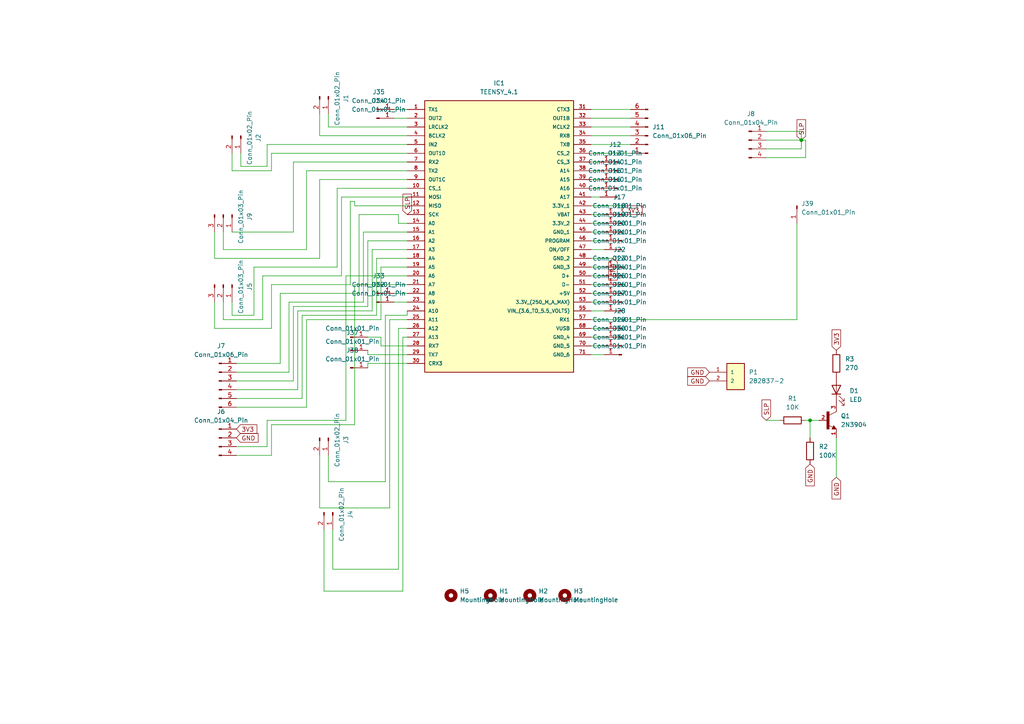
<source format=kicad_sch>
(kicad_sch
	(version 20250114)
	(generator "eeschema")
	(generator_version "9.0")
	(uuid "1d02e0fe-83dd-4e0e-9cfa-9ff7a8d7c04a")
	(paper "A4")
	(lib_symbols
		(symbol "282837-2:282837-2"
			(pin_names
				(offset 1.016)
			)
			(exclude_from_sim no)
			(in_bom yes)
			(on_board yes)
			(property "Reference" "P"
				(at -2.5406 2.5438 0)
				(effects
					(font
						(size 1.27 1.27)
					)
					(justify left bottom)
				)
			)
			(property "Value" "282837-2"
				(at -2.5424 -6.3745 0)
				(effects
					(font
						(size 1.27 1.27)
					)
					(justify left bottom)
				)
			)
			(property "Footprint" "282837-2:TE_282837-2"
				(at 0 0 0)
				(effects
					(font
						(size 1.27 1.27)
					)
					(justify bottom)
					(hide yes)
				)
			)
			(property "Datasheet" ""
				(at 0 0 0)
				(effects
					(font
						(size 1.27 1.27)
					)
					(hide yes)
				)
			)
			(property "Description" "TERMINAL BLOCK 3.5MM 2POS PCB"
				(at 0 0 0)
				(effects
					(font
						(size 1.27 1.27)
					)
					(justify bottom)
					(hide yes)
				)
			)
			(property "Comment" "282837-2"
				(at 0 0 0)
				(effects
					(font
						(size 1.27 1.27)
					)
					(justify bottom)
					(hide yes)
				)
			)
			(property "MF" "TE Connectivity"
				(at 0 0 0)
				(effects
					(font
						(size 1.27 1.27)
					)
					(justify bottom)
					(hide yes)
				)
			)
			(property "PACKAGE" "None"
				(at 0 0 0)
				(effects
					(font
						(size 1.27 1.27)
					)
					(justify bottom)
					(hide yes)
				)
			)
			(property "PRICE" "0.28 USD"
				(at 0 0 0)
				(effects
					(font
						(size 1.27 1.27)
					)
					(justify bottom)
					(hide yes)
				)
			)
			(property "Package" "None"
				(at 0 0 0)
				(effects
					(font
						(size 1.27 1.27)
					)
					(justify bottom)
					(hide yes)
				)
			)
			(property "Check_prices" "https://www.snapeda.com/parts/282837-2/TE+Connectivity+AMP+Connectors/view-part/?ref=eda"
				(at 0 0 0)
				(effects
					(font
						(size 1.27 1.27)
					)
					(justify bottom)
					(hide yes)
				)
			)
			(property "Price" "None"
				(at 0 0 0)
				(effects
					(font
						(size 1.27 1.27)
					)
					(justify bottom)
					(hide yes)
				)
			)
			(property "PARTREV" "G3"
				(at 0 0 0)
				(effects
					(font
						(size 1.27 1.27)
					)
					(justify bottom)
					(hide yes)
				)
			)
			(property "SnapEDA_Link" "https://www.snapeda.com/parts/282837-2/TE+Connectivity+AMP+Connectors/view-part/?ref=snap"
				(at 0 0 0)
				(effects
					(font
						(size 1.27 1.27)
					)
					(justify bottom)
					(hide yes)
				)
			)
			(property "MP" "282837-2"
				(at 0 0 0)
				(effects
					(font
						(size 1.27 1.27)
					)
					(justify bottom)
					(hide yes)
				)
			)
			(property "Availability" "In Stock"
				(at 0 0 0)
				(effects
					(font
						(size 1.27 1.27)
					)
					(justify bottom)
					(hide yes)
				)
			)
			(property "AVAILABILITY" "Good"
				(at 0 0 0)
				(effects
					(font
						(size 1.27 1.27)
					)
					(justify bottom)
					(hide yes)
				)
			)
			(property "Description_1" "Terminal Block Connector Wire Receptacle 2 5.08 mm 30-16 AWG Green 13.5 A 250 V | TE Connectivity 282837-2"
				(at 0 0 0)
				(effects
					(font
						(size 1.27 1.27)
					)
					(justify bottom)
					(hide yes)
				)
			)
			(symbol "282837-2_0_0"
				(rectangle
					(start -2.54 -5.08)
					(end 2.54 2.54)
					(stroke
						(width 0.254)
						(type default)
					)
					(fill
						(type background)
					)
				)
				(pin passive line
					(at -7.62 0 0)
					(length 5.08)
					(name "1"
						(effects
							(font
								(size 1.016 1.016)
							)
						)
					)
					(number "1"
						(effects
							(font
								(size 1.016 1.016)
							)
						)
					)
				)
				(pin passive line
					(at -7.62 -2.54 0)
					(length 5.08)
					(name "2"
						(effects
							(font
								(size 1.016 1.016)
							)
						)
					)
					(number "2"
						(effects
							(font
								(size 1.016 1.016)
							)
						)
					)
				)
			)
			(embedded_fonts no)
		)
		(symbol "2N3904:2N3904"
			(pin_names
				(offset 1.016)
			)
			(exclude_from_sim no)
			(in_bom yes)
			(on_board yes)
			(property "Reference" "Q"
				(at -10.16 7.62 0)
				(effects
					(font
						(size 1.27 1.27)
					)
					(justify left bottom)
				)
			)
			(property "Value" "2N3904"
				(at -10.16 -7.62 0)
				(effects
					(font
						(size 1.27 1.27)
					)
					(justify left bottom)
				)
			)
			(property "Footprint" "2N3904:TO92127P495H495-3"
				(at 0 0 0)
				(effects
					(font
						(size 1.27 1.27)
					)
					(justify bottom)
					(hide yes)
				)
			)
			(property "Datasheet" ""
				(at 0 0 0)
				(effects
					(font
						(size 1.27 1.27)
					)
					(hide yes)
				)
			)
			(property "Description" ""
				(at 0 0 0)
				(effects
					(font
						(size 1.27 1.27)
					)
					(hide yes)
				)
			)
			(property "MF" "onsemi"
				(at 0 0 0)
				(effects
					(font
						(size 1.27 1.27)
					)
					(justify bottom)
					(hide yes)
				)
			)
			(property "MAXIMUM_PACKAGE_HEIGHT" "4.95 mm"
				(at 0 0 0)
				(effects
					(font
						(size 1.27 1.27)
					)
					(justify bottom)
					(hide yes)
				)
			)
			(property "Package" "E-PKG AXIAL-LEADED-2 ON Semiconductor"
				(at 0 0 0)
				(effects
					(font
						(size 1.27 1.27)
					)
					(justify bottom)
					(hide yes)
				)
			)
			(property "Price" "None"
				(at 0 0 0)
				(effects
					(font
						(size 1.27 1.27)
					)
					(justify bottom)
					(hide yes)
				)
			)
			(property "Check_prices" "https://www.snapeda.com/parts/2N3904/Onsemi/view-part/?ref=eda"
				(at 0 0 0)
				(effects
					(font
						(size 1.27 1.27)
					)
					(justify bottom)
					(hide yes)
				)
			)
			(property "STANDARD" "IPC 7351B"
				(at 0 0 0)
				(effects
					(font
						(size 1.27 1.27)
					)
					(justify bottom)
					(hide yes)
				)
			)
			(property "PARTREV" "February 2003"
				(at 0 0 0)
				(effects
					(font
						(size 1.27 1.27)
					)
					(justify bottom)
					(hide yes)
				)
			)
			(property "SnapEDA_Link" "https://www.snapeda.com/parts/2N3904/Onsemi/view-part/?ref=snap"
				(at 0 0 0)
				(effects
					(font
						(size 1.27 1.27)
					)
					(justify bottom)
					(hide yes)
				)
			)
			(property "MP" "2N3904"
				(at 0 0 0)
				(effects
					(font
						(size 1.27 1.27)
					)
					(justify bottom)
					(hide yes)
				)
			)
			(property "Description_1" "Bipolar (BJT) Transistor NPN 40 V 200 mA 300MHz 625 mW Through Hole TO-92 (TO-226)"
				(at 0 0 0)
				(effects
					(font
						(size 1.27 1.27)
					)
					(justify bottom)
					(hide yes)
				)
			)
			(property "Availability" "In Stock"
				(at 0 0 0)
				(effects
					(font
						(size 1.27 1.27)
					)
					(justify bottom)
					(hide yes)
				)
			)
			(property "MANUFACTURER" "STMicroelectronics"
				(at 0 0 0)
				(effects
					(font
						(size 1.27 1.27)
					)
					(justify bottom)
					(hide yes)
				)
			)
			(symbol "2N3904_0_0"
				(rectangle
					(start -0.254 -2.54)
					(end 0.508 2.54)
					(stroke
						(width 0.1)
						(type default)
					)
					(fill
						(type outline)
					)
				)
				(polyline
					(pts
						(xy 1.27 -2.54) (xy 1.778 -1.524)
					)
					(stroke
						(width 0.1524)
						(type default)
					)
					(fill
						(type none)
					)
				)
				(polyline
					(pts
						(xy 1.524 -2.286) (xy 1.905 -2.286)
					)
					(stroke
						(width 0.254)
						(type default)
					)
					(fill
						(type none)
					)
				)
				(polyline
					(pts
						(xy 1.524 -2.413) (xy 2.286 -2.413)
					)
					(stroke
						(width 0.254)
						(type default)
					)
					(fill
						(type none)
					)
				)
				(polyline
					(pts
						(xy 1.54 -2.04) (xy 0.308 -1.424)
					)
					(stroke
						(width 0.1524)
						(type default)
					)
					(fill
						(type none)
					)
				)
				(polyline
					(pts
						(xy 1.778 -1.524) (xy 2.54 -2.54)
					)
					(stroke
						(width 0.1524)
						(type default)
					)
					(fill
						(type none)
					)
				)
				(polyline
					(pts
						(xy 1.778 -1.778) (xy 1.524 -2.286)
					)
					(stroke
						(width 0.254)
						(type default)
					)
					(fill
						(type none)
					)
				)
				(polyline
					(pts
						(xy 1.905 -2.286) (xy 1.778 -2.032)
					)
					(stroke
						(width 0.254)
						(type default)
					)
					(fill
						(type none)
					)
				)
				(polyline
					(pts
						(xy 2.286 -2.413) (xy 1.778 -1.778)
					)
					(stroke
						(width 0.254)
						(type default)
					)
					(fill
						(type none)
					)
				)
				(polyline
					(pts
						(xy 2.54 2.54) (xy 0.508 1.524)
					)
					(stroke
						(width 0.1524)
						(type default)
					)
					(fill
						(type none)
					)
				)
				(polyline
					(pts
						(xy 2.54 -2.54) (xy 1.27 -2.54)
					)
					(stroke
						(width 0.1524)
						(type default)
					)
					(fill
						(type none)
					)
				)
				(pin passive line
					(at -2.54 0 0)
					(length 2.54)
					(name "~"
						(effects
							(font
								(size 1.016 1.016)
							)
						)
					)
					(number "2"
						(effects
							(font
								(size 1.016 1.016)
							)
						)
					)
				)
				(pin passive line
					(at 2.54 5.08 270)
					(length 2.54)
					(name "~"
						(effects
							(font
								(size 1.016 1.016)
							)
						)
					)
					(number "3"
						(effects
							(font
								(size 1.016 1.016)
							)
						)
					)
				)
				(pin passive line
					(at 2.54 -5.08 90)
					(length 2.54)
					(name "~"
						(effects
							(font
								(size 1.016 1.016)
							)
						)
					)
					(number "1"
						(effects
							(font
								(size 1.016 1.016)
							)
						)
					)
				)
			)
			(embedded_fonts no)
		)
		(symbol "Connector:Conn_01x01_Pin"
			(pin_names
				(offset 1.016)
				(hide yes)
			)
			(exclude_from_sim no)
			(in_bom yes)
			(on_board yes)
			(property "Reference" "J"
				(at 0 2.54 0)
				(effects
					(font
						(size 1.27 1.27)
					)
				)
			)
			(property "Value" "Conn_01x01_Pin"
				(at 0 -2.54 0)
				(effects
					(font
						(size 1.27 1.27)
					)
				)
			)
			(property "Footprint" ""
				(at 0 0 0)
				(effects
					(font
						(size 1.27 1.27)
					)
					(hide yes)
				)
			)
			(property "Datasheet" "~"
				(at 0 0 0)
				(effects
					(font
						(size 1.27 1.27)
					)
					(hide yes)
				)
			)
			(property "Description" "Generic connector, single row, 01x01, script generated"
				(at 0 0 0)
				(effects
					(font
						(size 1.27 1.27)
					)
					(hide yes)
				)
			)
			(property "ki_locked" ""
				(at 0 0 0)
				(effects
					(font
						(size 1.27 1.27)
					)
				)
			)
			(property "ki_keywords" "connector"
				(at 0 0 0)
				(effects
					(font
						(size 1.27 1.27)
					)
					(hide yes)
				)
			)
			(property "ki_fp_filters" "Connector*:*_1x??_*"
				(at 0 0 0)
				(effects
					(font
						(size 1.27 1.27)
					)
					(hide yes)
				)
			)
			(symbol "Conn_01x01_Pin_1_1"
				(rectangle
					(start 0.8636 0.127)
					(end 0 -0.127)
					(stroke
						(width 0.1524)
						(type default)
					)
					(fill
						(type outline)
					)
				)
				(polyline
					(pts
						(xy 1.27 0) (xy 0.8636 0)
					)
					(stroke
						(width 0.1524)
						(type default)
					)
					(fill
						(type none)
					)
				)
				(pin passive line
					(at 5.08 0 180)
					(length 3.81)
					(name "Pin_1"
						(effects
							(font
								(size 1.27 1.27)
							)
						)
					)
					(number "1"
						(effects
							(font
								(size 1.27 1.27)
							)
						)
					)
				)
			)
			(embedded_fonts no)
		)
		(symbol "Connector:Conn_01x02_Pin"
			(pin_names
				(offset 1.016)
				(hide yes)
			)
			(exclude_from_sim no)
			(in_bom yes)
			(on_board yes)
			(property "Reference" "J"
				(at 0 2.54 0)
				(effects
					(font
						(size 1.27 1.27)
					)
				)
			)
			(property "Value" "Conn_01x02_Pin"
				(at 0 -5.08 0)
				(effects
					(font
						(size 1.27 1.27)
					)
				)
			)
			(property "Footprint" ""
				(at 0 0 0)
				(effects
					(font
						(size 1.27 1.27)
					)
					(hide yes)
				)
			)
			(property "Datasheet" "~"
				(at 0 0 0)
				(effects
					(font
						(size 1.27 1.27)
					)
					(hide yes)
				)
			)
			(property "Description" "Generic connector, single row, 01x02, script generated"
				(at 0 0 0)
				(effects
					(font
						(size 1.27 1.27)
					)
					(hide yes)
				)
			)
			(property "ki_locked" ""
				(at 0 0 0)
				(effects
					(font
						(size 1.27 1.27)
					)
				)
			)
			(property "ki_keywords" "connector"
				(at 0 0 0)
				(effects
					(font
						(size 1.27 1.27)
					)
					(hide yes)
				)
			)
			(property "ki_fp_filters" "Connector*:*_1x??_*"
				(at 0 0 0)
				(effects
					(font
						(size 1.27 1.27)
					)
					(hide yes)
				)
			)
			(symbol "Conn_01x02_Pin_1_1"
				(rectangle
					(start 0.8636 0.127)
					(end 0 -0.127)
					(stroke
						(width 0.1524)
						(type default)
					)
					(fill
						(type outline)
					)
				)
				(rectangle
					(start 0.8636 -2.413)
					(end 0 -2.667)
					(stroke
						(width 0.1524)
						(type default)
					)
					(fill
						(type outline)
					)
				)
				(polyline
					(pts
						(xy 1.27 0) (xy 0.8636 0)
					)
					(stroke
						(width 0.1524)
						(type default)
					)
					(fill
						(type none)
					)
				)
				(polyline
					(pts
						(xy 1.27 -2.54) (xy 0.8636 -2.54)
					)
					(stroke
						(width 0.1524)
						(type default)
					)
					(fill
						(type none)
					)
				)
				(pin passive line
					(at 5.08 0 180)
					(length 3.81)
					(name "Pin_1"
						(effects
							(font
								(size 1.27 1.27)
							)
						)
					)
					(number "1"
						(effects
							(font
								(size 1.27 1.27)
							)
						)
					)
				)
				(pin passive line
					(at 5.08 -2.54 180)
					(length 3.81)
					(name "Pin_2"
						(effects
							(font
								(size 1.27 1.27)
							)
						)
					)
					(number "2"
						(effects
							(font
								(size 1.27 1.27)
							)
						)
					)
				)
			)
			(embedded_fonts no)
		)
		(symbol "Connector:Conn_01x03_Pin"
			(pin_names
				(offset 1.016)
				(hide yes)
			)
			(exclude_from_sim no)
			(in_bom yes)
			(on_board yes)
			(property "Reference" "J"
				(at 0 5.08 0)
				(effects
					(font
						(size 1.27 1.27)
					)
				)
			)
			(property "Value" "Conn_01x03_Pin"
				(at 0 -5.08 0)
				(effects
					(font
						(size 1.27 1.27)
					)
				)
			)
			(property "Footprint" ""
				(at 0 0 0)
				(effects
					(font
						(size 1.27 1.27)
					)
					(hide yes)
				)
			)
			(property "Datasheet" "~"
				(at 0 0 0)
				(effects
					(font
						(size 1.27 1.27)
					)
					(hide yes)
				)
			)
			(property "Description" "Generic connector, single row, 01x03, script generated"
				(at 0 0 0)
				(effects
					(font
						(size 1.27 1.27)
					)
					(hide yes)
				)
			)
			(property "ki_locked" ""
				(at 0 0 0)
				(effects
					(font
						(size 1.27 1.27)
					)
				)
			)
			(property "ki_keywords" "connector"
				(at 0 0 0)
				(effects
					(font
						(size 1.27 1.27)
					)
					(hide yes)
				)
			)
			(property "ki_fp_filters" "Connector*:*_1x??_*"
				(at 0 0 0)
				(effects
					(font
						(size 1.27 1.27)
					)
					(hide yes)
				)
			)
			(symbol "Conn_01x03_Pin_1_1"
				(rectangle
					(start 0.8636 2.667)
					(end 0 2.413)
					(stroke
						(width 0.1524)
						(type default)
					)
					(fill
						(type outline)
					)
				)
				(rectangle
					(start 0.8636 0.127)
					(end 0 -0.127)
					(stroke
						(width 0.1524)
						(type default)
					)
					(fill
						(type outline)
					)
				)
				(rectangle
					(start 0.8636 -2.413)
					(end 0 -2.667)
					(stroke
						(width 0.1524)
						(type default)
					)
					(fill
						(type outline)
					)
				)
				(polyline
					(pts
						(xy 1.27 2.54) (xy 0.8636 2.54)
					)
					(stroke
						(width 0.1524)
						(type default)
					)
					(fill
						(type none)
					)
				)
				(polyline
					(pts
						(xy 1.27 0) (xy 0.8636 0)
					)
					(stroke
						(width 0.1524)
						(type default)
					)
					(fill
						(type none)
					)
				)
				(polyline
					(pts
						(xy 1.27 -2.54) (xy 0.8636 -2.54)
					)
					(stroke
						(width 0.1524)
						(type default)
					)
					(fill
						(type none)
					)
				)
				(pin passive line
					(at 5.08 2.54 180)
					(length 3.81)
					(name "Pin_1"
						(effects
							(font
								(size 1.27 1.27)
							)
						)
					)
					(number "1"
						(effects
							(font
								(size 1.27 1.27)
							)
						)
					)
				)
				(pin passive line
					(at 5.08 0 180)
					(length 3.81)
					(name "Pin_2"
						(effects
							(font
								(size 1.27 1.27)
							)
						)
					)
					(number "2"
						(effects
							(font
								(size 1.27 1.27)
							)
						)
					)
				)
				(pin passive line
					(at 5.08 -2.54 180)
					(length 3.81)
					(name "Pin_3"
						(effects
							(font
								(size 1.27 1.27)
							)
						)
					)
					(number "3"
						(effects
							(font
								(size 1.27 1.27)
							)
						)
					)
				)
			)
			(embedded_fonts no)
		)
		(symbol "Connector:Conn_01x04_Pin"
			(pin_names
				(offset 1.016)
				(hide yes)
			)
			(exclude_from_sim no)
			(in_bom yes)
			(on_board yes)
			(property "Reference" "J"
				(at 0 5.08 0)
				(effects
					(font
						(size 1.27 1.27)
					)
				)
			)
			(property "Value" "Conn_01x04_Pin"
				(at 0 -7.62 0)
				(effects
					(font
						(size 1.27 1.27)
					)
				)
			)
			(property "Footprint" ""
				(at 0 0 0)
				(effects
					(font
						(size 1.27 1.27)
					)
					(hide yes)
				)
			)
			(property "Datasheet" "~"
				(at 0 0 0)
				(effects
					(font
						(size 1.27 1.27)
					)
					(hide yes)
				)
			)
			(property "Description" "Generic connector, single row, 01x04, script generated"
				(at 0 0 0)
				(effects
					(font
						(size 1.27 1.27)
					)
					(hide yes)
				)
			)
			(property "ki_locked" ""
				(at 0 0 0)
				(effects
					(font
						(size 1.27 1.27)
					)
				)
			)
			(property "ki_keywords" "connector"
				(at 0 0 0)
				(effects
					(font
						(size 1.27 1.27)
					)
					(hide yes)
				)
			)
			(property "ki_fp_filters" "Connector*:*_1x??_*"
				(at 0 0 0)
				(effects
					(font
						(size 1.27 1.27)
					)
					(hide yes)
				)
			)
			(symbol "Conn_01x04_Pin_1_1"
				(rectangle
					(start 0.8636 2.667)
					(end 0 2.413)
					(stroke
						(width 0.1524)
						(type default)
					)
					(fill
						(type outline)
					)
				)
				(rectangle
					(start 0.8636 0.127)
					(end 0 -0.127)
					(stroke
						(width 0.1524)
						(type default)
					)
					(fill
						(type outline)
					)
				)
				(rectangle
					(start 0.8636 -2.413)
					(end 0 -2.667)
					(stroke
						(width 0.1524)
						(type default)
					)
					(fill
						(type outline)
					)
				)
				(rectangle
					(start 0.8636 -4.953)
					(end 0 -5.207)
					(stroke
						(width 0.1524)
						(type default)
					)
					(fill
						(type outline)
					)
				)
				(polyline
					(pts
						(xy 1.27 2.54) (xy 0.8636 2.54)
					)
					(stroke
						(width 0.1524)
						(type default)
					)
					(fill
						(type none)
					)
				)
				(polyline
					(pts
						(xy 1.27 0) (xy 0.8636 0)
					)
					(stroke
						(width 0.1524)
						(type default)
					)
					(fill
						(type none)
					)
				)
				(polyline
					(pts
						(xy 1.27 -2.54) (xy 0.8636 -2.54)
					)
					(stroke
						(width 0.1524)
						(type default)
					)
					(fill
						(type none)
					)
				)
				(polyline
					(pts
						(xy 1.27 -5.08) (xy 0.8636 -5.08)
					)
					(stroke
						(width 0.1524)
						(type default)
					)
					(fill
						(type none)
					)
				)
				(pin passive line
					(at 5.08 2.54 180)
					(length 3.81)
					(name "Pin_1"
						(effects
							(font
								(size 1.27 1.27)
							)
						)
					)
					(number "1"
						(effects
							(font
								(size 1.27 1.27)
							)
						)
					)
				)
				(pin passive line
					(at 5.08 0 180)
					(length 3.81)
					(name "Pin_2"
						(effects
							(font
								(size 1.27 1.27)
							)
						)
					)
					(number "2"
						(effects
							(font
								(size 1.27 1.27)
							)
						)
					)
				)
				(pin passive line
					(at 5.08 -2.54 180)
					(length 3.81)
					(name "Pin_3"
						(effects
							(font
								(size 1.27 1.27)
							)
						)
					)
					(number "3"
						(effects
							(font
								(size 1.27 1.27)
							)
						)
					)
				)
				(pin passive line
					(at 5.08 -5.08 180)
					(length 3.81)
					(name "Pin_4"
						(effects
							(font
								(size 1.27 1.27)
							)
						)
					)
					(number "4"
						(effects
							(font
								(size 1.27 1.27)
							)
						)
					)
				)
			)
			(embedded_fonts no)
		)
		(symbol "Connector:Conn_01x06_Pin"
			(pin_names
				(offset 1.016)
				(hide yes)
			)
			(exclude_from_sim no)
			(in_bom yes)
			(on_board yes)
			(property "Reference" "J"
				(at 0 7.62 0)
				(effects
					(font
						(size 1.27 1.27)
					)
				)
			)
			(property "Value" "Conn_01x06_Pin"
				(at 0 -10.16 0)
				(effects
					(font
						(size 1.27 1.27)
					)
				)
			)
			(property "Footprint" ""
				(at 0 0 0)
				(effects
					(font
						(size 1.27 1.27)
					)
					(hide yes)
				)
			)
			(property "Datasheet" "~"
				(at 0 0 0)
				(effects
					(font
						(size 1.27 1.27)
					)
					(hide yes)
				)
			)
			(property "Description" "Generic connector, single row, 01x06, script generated"
				(at 0 0 0)
				(effects
					(font
						(size 1.27 1.27)
					)
					(hide yes)
				)
			)
			(property "ki_locked" ""
				(at 0 0 0)
				(effects
					(font
						(size 1.27 1.27)
					)
				)
			)
			(property "ki_keywords" "connector"
				(at 0 0 0)
				(effects
					(font
						(size 1.27 1.27)
					)
					(hide yes)
				)
			)
			(property "ki_fp_filters" "Connector*:*_1x??_*"
				(at 0 0 0)
				(effects
					(font
						(size 1.27 1.27)
					)
					(hide yes)
				)
			)
			(symbol "Conn_01x06_Pin_1_1"
				(rectangle
					(start 0.8636 5.207)
					(end 0 4.953)
					(stroke
						(width 0.1524)
						(type default)
					)
					(fill
						(type outline)
					)
				)
				(rectangle
					(start 0.8636 2.667)
					(end 0 2.413)
					(stroke
						(width 0.1524)
						(type default)
					)
					(fill
						(type outline)
					)
				)
				(rectangle
					(start 0.8636 0.127)
					(end 0 -0.127)
					(stroke
						(width 0.1524)
						(type default)
					)
					(fill
						(type outline)
					)
				)
				(rectangle
					(start 0.8636 -2.413)
					(end 0 -2.667)
					(stroke
						(width 0.1524)
						(type default)
					)
					(fill
						(type outline)
					)
				)
				(rectangle
					(start 0.8636 -4.953)
					(end 0 -5.207)
					(stroke
						(width 0.1524)
						(type default)
					)
					(fill
						(type outline)
					)
				)
				(rectangle
					(start 0.8636 -7.493)
					(end 0 -7.747)
					(stroke
						(width 0.1524)
						(type default)
					)
					(fill
						(type outline)
					)
				)
				(polyline
					(pts
						(xy 1.27 5.08) (xy 0.8636 5.08)
					)
					(stroke
						(width 0.1524)
						(type default)
					)
					(fill
						(type none)
					)
				)
				(polyline
					(pts
						(xy 1.27 2.54) (xy 0.8636 2.54)
					)
					(stroke
						(width 0.1524)
						(type default)
					)
					(fill
						(type none)
					)
				)
				(polyline
					(pts
						(xy 1.27 0) (xy 0.8636 0)
					)
					(stroke
						(width 0.1524)
						(type default)
					)
					(fill
						(type none)
					)
				)
				(polyline
					(pts
						(xy 1.27 -2.54) (xy 0.8636 -2.54)
					)
					(stroke
						(width 0.1524)
						(type default)
					)
					(fill
						(type none)
					)
				)
				(polyline
					(pts
						(xy 1.27 -5.08) (xy 0.8636 -5.08)
					)
					(stroke
						(width 0.1524)
						(type default)
					)
					(fill
						(type none)
					)
				)
				(polyline
					(pts
						(xy 1.27 -7.62) (xy 0.8636 -7.62)
					)
					(stroke
						(width 0.1524)
						(type default)
					)
					(fill
						(type none)
					)
				)
				(pin passive line
					(at 5.08 5.08 180)
					(length 3.81)
					(name "Pin_1"
						(effects
							(font
								(size 1.27 1.27)
							)
						)
					)
					(number "1"
						(effects
							(font
								(size 1.27 1.27)
							)
						)
					)
				)
				(pin passive line
					(at 5.08 2.54 180)
					(length 3.81)
					(name "Pin_2"
						(effects
							(font
								(size 1.27 1.27)
							)
						)
					)
					(number "2"
						(effects
							(font
								(size 1.27 1.27)
							)
						)
					)
				)
				(pin passive line
					(at 5.08 0 180)
					(length 3.81)
					(name "Pin_3"
						(effects
							(font
								(size 1.27 1.27)
							)
						)
					)
					(number "3"
						(effects
							(font
								(size 1.27 1.27)
							)
						)
					)
				)
				(pin passive line
					(at 5.08 -2.54 180)
					(length 3.81)
					(name "Pin_4"
						(effects
							(font
								(size 1.27 1.27)
							)
						)
					)
					(number "4"
						(effects
							(font
								(size 1.27 1.27)
							)
						)
					)
				)
				(pin passive line
					(at 5.08 -5.08 180)
					(length 3.81)
					(name "Pin_5"
						(effects
							(font
								(size 1.27 1.27)
							)
						)
					)
					(number "5"
						(effects
							(font
								(size 1.27 1.27)
							)
						)
					)
				)
				(pin passive line
					(at 5.08 -7.62 180)
					(length 3.81)
					(name "Pin_6"
						(effects
							(font
								(size 1.27 1.27)
							)
						)
					)
					(number "6"
						(effects
							(font
								(size 1.27 1.27)
							)
						)
					)
				)
			)
			(embedded_fonts no)
		)
		(symbol "Device:LED"
			(pin_numbers
				(hide yes)
			)
			(pin_names
				(offset 1.016)
				(hide yes)
			)
			(exclude_from_sim no)
			(in_bom yes)
			(on_board yes)
			(property "Reference" "D"
				(at 0 2.54 0)
				(effects
					(font
						(size 1.27 1.27)
					)
				)
			)
			(property "Value" "LED"
				(at 0 -2.54 0)
				(effects
					(font
						(size 1.27 1.27)
					)
				)
			)
			(property "Footprint" ""
				(at 0 0 0)
				(effects
					(font
						(size 1.27 1.27)
					)
					(hide yes)
				)
			)
			(property "Datasheet" "~"
				(at 0 0 0)
				(effects
					(font
						(size 1.27 1.27)
					)
					(hide yes)
				)
			)
			(property "Description" "Light emitting diode"
				(at 0 0 0)
				(effects
					(font
						(size 1.27 1.27)
					)
					(hide yes)
				)
			)
			(property "Sim.Pins" "1=K 2=A"
				(at 0 0 0)
				(effects
					(font
						(size 1.27 1.27)
					)
					(hide yes)
				)
			)
			(property "ki_keywords" "LED diode"
				(at 0 0 0)
				(effects
					(font
						(size 1.27 1.27)
					)
					(hide yes)
				)
			)
			(property "ki_fp_filters" "LED* LED_SMD:* LED_THT:*"
				(at 0 0 0)
				(effects
					(font
						(size 1.27 1.27)
					)
					(hide yes)
				)
			)
			(symbol "LED_0_1"
				(polyline
					(pts
						(xy -3.048 -0.762) (xy -4.572 -2.286) (xy -3.81 -2.286) (xy -4.572 -2.286) (xy -4.572 -1.524)
					)
					(stroke
						(width 0)
						(type default)
					)
					(fill
						(type none)
					)
				)
				(polyline
					(pts
						(xy -1.778 -0.762) (xy -3.302 -2.286) (xy -2.54 -2.286) (xy -3.302 -2.286) (xy -3.302 -1.524)
					)
					(stroke
						(width 0)
						(type default)
					)
					(fill
						(type none)
					)
				)
				(polyline
					(pts
						(xy -1.27 0) (xy 1.27 0)
					)
					(stroke
						(width 0)
						(type default)
					)
					(fill
						(type none)
					)
				)
				(polyline
					(pts
						(xy -1.27 -1.27) (xy -1.27 1.27)
					)
					(stroke
						(width 0.254)
						(type default)
					)
					(fill
						(type none)
					)
				)
				(polyline
					(pts
						(xy 1.27 -1.27) (xy 1.27 1.27) (xy -1.27 0) (xy 1.27 -1.27)
					)
					(stroke
						(width 0.254)
						(type default)
					)
					(fill
						(type none)
					)
				)
			)
			(symbol "LED_1_1"
				(pin passive line
					(at -3.81 0 0)
					(length 2.54)
					(name "K"
						(effects
							(font
								(size 1.27 1.27)
							)
						)
					)
					(number "1"
						(effects
							(font
								(size 1.27 1.27)
							)
						)
					)
				)
				(pin passive line
					(at 3.81 0 180)
					(length 2.54)
					(name "A"
						(effects
							(font
								(size 1.27 1.27)
							)
						)
					)
					(number "2"
						(effects
							(font
								(size 1.27 1.27)
							)
						)
					)
				)
			)
			(embedded_fonts no)
		)
		(symbol "Device:R"
			(pin_numbers
				(hide yes)
			)
			(pin_names
				(offset 0)
			)
			(exclude_from_sim no)
			(in_bom yes)
			(on_board yes)
			(property "Reference" "R"
				(at 2.032 0 90)
				(effects
					(font
						(size 1.27 1.27)
					)
				)
			)
			(property "Value" "R"
				(at 0 0 90)
				(effects
					(font
						(size 1.27 1.27)
					)
				)
			)
			(property "Footprint" ""
				(at -1.778 0 90)
				(effects
					(font
						(size 1.27 1.27)
					)
					(hide yes)
				)
			)
			(property "Datasheet" "~"
				(at 0 0 0)
				(effects
					(font
						(size 1.27 1.27)
					)
					(hide yes)
				)
			)
			(property "Description" "Resistor"
				(at 0 0 0)
				(effects
					(font
						(size 1.27 1.27)
					)
					(hide yes)
				)
			)
			(property "ki_keywords" "R res resistor"
				(at 0 0 0)
				(effects
					(font
						(size 1.27 1.27)
					)
					(hide yes)
				)
			)
			(property "ki_fp_filters" "R_*"
				(at 0 0 0)
				(effects
					(font
						(size 1.27 1.27)
					)
					(hide yes)
				)
			)
			(symbol "R_0_1"
				(rectangle
					(start -1.016 -2.54)
					(end 1.016 2.54)
					(stroke
						(width 0.254)
						(type default)
					)
					(fill
						(type none)
					)
				)
			)
			(symbol "R_1_1"
				(pin passive line
					(at 0 3.81 270)
					(length 1.27)
					(name "~"
						(effects
							(font
								(size 1.27 1.27)
							)
						)
					)
					(number "1"
						(effects
							(font
								(size 1.27 1.27)
							)
						)
					)
				)
				(pin passive line
					(at 0 -3.81 90)
					(length 1.27)
					(name "~"
						(effects
							(font
								(size 1.27 1.27)
							)
						)
					)
					(number "2"
						(effects
							(font
								(size 1.27 1.27)
							)
						)
					)
				)
			)
			(embedded_fonts no)
		)
		(symbol "Mechanical:MountingHole"
			(pin_names
				(offset 1.016)
			)
			(exclude_from_sim no)
			(in_bom no)
			(on_board yes)
			(property "Reference" "H"
				(at 0 5.08 0)
				(effects
					(font
						(size 1.27 1.27)
					)
				)
			)
			(property "Value" "MountingHole"
				(at 0 3.175 0)
				(effects
					(font
						(size 1.27 1.27)
					)
				)
			)
			(property "Footprint" ""
				(at 0 0 0)
				(effects
					(font
						(size 1.27 1.27)
					)
					(hide yes)
				)
			)
			(property "Datasheet" "~"
				(at 0 0 0)
				(effects
					(font
						(size 1.27 1.27)
					)
					(hide yes)
				)
			)
			(property "Description" "Mounting Hole without connection"
				(at 0 0 0)
				(effects
					(font
						(size 1.27 1.27)
					)
					(hide yes)
				)
			)
			(property "ki_keywords" "mounting hole"
				(at 0 0 0)
				(effects
					(font
						(size 1.27 1.27)
					)
					(hide yes)
				)
			)
			(property "ki_fp_filters" "MountingHole*"
				(at 0 0 0)
				(effects
					(font
						(size 1.27 1.27)
					)
					(hide yes)
				)
			)
			(symbol "MountingHole_0_1"
				(circle
					(center 0 0)
					(radius 1.27)
					(stroke
						(width 1.27)
						(type default)
					)
					(fill
						(type none)
					)
				)
			)
			(embedded_fonts no)
		)
		(symbol "TEENSY_4.1:TEENSY_4.1"
			(pin_names
				(offset 1.016)
			)
			(exclude_from_sim no)
			(in_bom yes)
			(on_board yes)
			(property "Reference" "IC"
				(at 49.53 7.62 0)
				(effects
					(font
						(size 1.27 1.27)
					)
					(justify left)
				)
			)
			(property "Value" "TEENSY_4.1"
				(at 49.53 5.08 0)
				(effects
					(font
						(size 1.27 1.27)
					)
					(justify left)
				)
			)
			(property "Footprint" "TEENSY_4.1:TEENSY41"
				(at 0 0 0)
				(effects
					(font
						(size 1.27 1.27)
					)
					(justify bottom)
					(hide yes)
				)
			)
			(property "Datasheet" ""
				(at 0 0 0)
				(effects
					(font
						(size 1.27 1.27)
					)
					(hide yes)
				)
			)
			(property "Description" ""
				(at 0 0 0)
				(effects
					(font
						(size 1.27 1.27)
					)
					(hide yes)
				)
			)
			(property "Manufacturer_Name" "PJRC"
				(at 0 0 0)
				(effects
					(font
						(size 1.27 1.27)
					)
					(justify bottom)
					(hide yes)
				)
			)
			(property "MF" "PJRC"
				(at 0 0 0)
				(effects
					(font
						(size 1.27 1.27)
					)
					(justify bottom)
					(hide yes)
				)
			)
			(property "Mouser_Price-Stock" ""
				(at 0 0 0)
				(effects
					(font
						(size 1.27 1.27)
					)
					(justify bottom)
					(hide yes)
				)
			)
			(property "Description_1" ""
				(at 0 0 0)
				(effects
					(font
						(size 1.27 1.27)
					)
					(justify bottom)
					(hide yes)
				)
			)
			(property "Mouser_Part_Number" ""
				(at 0 0 0)
				(effects
					(font
						(size 1.27 1.27)
					)
					(justify bottom)
					(hide yes)
				)
			)
			(property "Price" "None"
				(at 0 0 0)
				(effects
					(font
						(size 1.27 1.27)
					)
					(justify bottom)
					(hide yes)
				)
			)
			(property "Package" "None"
				(at 0 0 0)
				(effects
					(font
						(size 1.27 1.27)
					)
					(justify bottom)
					(hide yes)
				)
			)
			(property "Check_prices" "https://www.snapeda.com/parts/Teensy%204.1/PJRC/view-part/?ref=eda"
				(at 0 0 0)
				(effects
					(font
						(size 1.27 1.27)
					)
					(justify bottom)
					(hide yes)
				)
			)
			(property "Height" "mm"
				(at 0 0 0)
				(effects
					(font
						(size 1.27 1.27)
					)
					(justify bottom)
					(hide yes)
				)
			)
			(property "MP" "Teensy 4.1"
				(at 0 0 0)
				(effects
					(font
						(size 1.27 1.27)
					)
					(justify bottom)
					(hide yes)
				)
			)
			(property "SnapEDA_Link" "https://www.snapeda.com/parts/Teensy%204.1/PJRC/view-part/?ref=snap"
				(at 0 0 0)
				(effects
					(font
						(size 1.27 1.27)
					)
					(justify bottom)
					(hide yes)
				)
			)
			(property "Arrow_Price-Stock" ""
				(at 0 0 0)
				(effects
					(font
						(size 1.27 1.27)
					)
					(justify bottom)
					(hide yes)
				)
			)
			(property "Arrow_Part_Number" ""
				(at 0 0 0)
				(effects
					(font
						(size 1.27 1.27)
					)
					(justify bottom)
					(hide yes)
				)
			)
			(property "Availability" "Not in stock"
				(at 0 0 0)
				(effects
					(font
						(size 1.27 1.27)
					)
					(justify bottom)
					(hide yes)
				)
			)
			(property "Manufacturer_Part_Number" "TEENSY 4.1"
				(at 0 0 0)
				(effects
					(font
						(size 1.27 1.27)
					)
					(justify bottom)
					(hide yes)
				)
			)
			(symbol "TEENSY_4.1_0_0"
				(rectangle
					(start 5.08 -76.2)
					(end 48.26 2.54)
					(stroke
						(width 0.254)
						(type default)
					)
					(fill
						(type background)
					)
				)
				(pin bidirectional line
					(at 0 0 0)
					(length 5.08)
					(name "TX1"
						(effects
							(font
								(size 1.016 1.016)
							)
						)
					)
					(number "1"
						(effects
							(font
								(size 1.016 1.016)
							)
						)
					)
				)
				(pin bidirectional line
					(at 0 -2.54 0)
					(length 5.08)
					(name "OUT2"
						(effects
							(font
								(size 1.016 1.016)
							)
						)
					)
					(number "2"
						(effects
							(font
								(size 1.016 1.016)
							)
						)
					)
				)
				(pin bidirectional line
					(at 0 -5.08 0)
					(length 5.08)
					(name "LRCLK2"
						(effects
							(font
								(size 1.016 1.016)
							)
						)
					)
					(number "3"
						(effects
							(font
								(size 1.016 1.016)
							)
						)
					)
				)
				(pin bidirectional line
					(at 0 -7.62 0)
					(length 5.08)
					(name "BCLK2"
						(effects
							(font
								(size 1.016 1.016)
							)
						)
					)
					(number "4"
						(effects
							(font
								(size 1.016 1.016)
							)
						)
					)
				)
				(pin bidirectional line
					(at 0 -10.16 0)
					(length 5.08)
					(name "IN2"
						(effects
							(font
								(size 1.016 1.016)
							)
						)
					)
					(number "5"
						(effects
							(font
								(size 1.016 1.016)
							)
						)
					)
				)
				(pin bidirectional line
					(at 0 -12.7 0)
					(length 5.08)
					(name "OUT1D"
						(effects
							(font
								(size 1.016 1.016)
							)
						)
					)
					(number "6"
						(effects
							(font
								(size 1.016 1.016)
							)
						)
					)
				)
				(pin bidirectional line
					(at 0 -15.24 0)
					(length 5.08)
					(name "RX2"
						(effects
							(font
								(size 1.016 1.016)
							)
						)
					)
					(number "7"
						(effects
							(font
								(size 1.016 1.016)
							)
						)
					)
				)
				(pin bidirectional line
					(at 0 -17.78 0)
					(length 5.08)
					(name "TX2"
						(effects
							(font
								(size 1.016 1.016)
							)
						)
					)
					(number "8"
						(effects
							(font
								(size 1.016 1.016)
							)
						)
					)
				)
				(pin bidirectional line
					(at 0 -20.32 0)
					(length 5.08)
					(name "OUT1C"
						(effects
							(font
								(size 1.016 1.016)
							)
						)
					)
					(number "9"
						(effects
							(font
								(size 1.016 1.016)
							)
						)
					)
				)
				(pin bidirectional line
					(at 0 -22.86 0)
					(length 5.08)
					(name "CS_1"
						(effects
							(font
								(size 1.016 1.016)
							)
						)
					)
					(number "10"
						(effects
							(font
								(size 1.016 1.016)
							)
						)
					)
				)
				(pin bidirectional line
					(at 0 -25.4 0)
					(length 5.08)
					(name "MOSI"
						(effects
							(font
								(size 1.016 1.016)
							)
						)
					)
					(number "11"
						(effects
							(font
								(size 1.016 1.016)
							)
						)
					)
				)
				(pin bidirectional line
					(at 0 -27.94 0)
					(length 5.08)
					(name "MISO"
						(effects
							(font
								(size 1.016 1.016)
							)
						)
					)
					(number "12"
						(effects
							(font
								(size 1.016 1.016)
							)
						)
					)
				)
				(pin bidirectional line
					(at 0 -30.48 0)
					(length 5.08)
					(name "SCK"
						(effects
							(font
								(size 1.016 1.016)
							)
						)
					)
					(number "13"
						(effects
							(font
								(size 1.016 1.016)
							)
						)
					)
				)
				(pin bidirectional line
					(at 0 -33.02 0)
					(length 5.08)
					(name "A0"
						(effects
							(font
								(size 1.016 1.016)
							)
						)
					)
					(number "14"
						(effects
							(font
								(size 1.016 1.016)
							)
						)
					)
				)
				(pin bidirectional line
					(at 0 -35.56 0)
					(length 5.08)
					(name "A1"
						(effects
							(font
								(size 1.016 1.016)
							)
						)
					)
					(number "15"
						(effects
							(font
								(size 1.016 1.016)
							)
						)
					)
				)
				(pin bidirectional line
					(at 0 -38.1 0)
					(length 5.08)
					(name "A2"
						(effects
							(font
								(size 1.016 1.016)
							)
						)
					)
					(number "16"
						(effects
							(font
								(size 1.016 1.016)
							)
						)
					)
				)
				(pin bidirectional line
					(at 0 -40.64 0)
					(length 5.08)
					(name "A3"
						(effects
							(font
								(size 1.016 1.016)
							)
						)
					)
					(number "17"
						(effects
							(font
								(size 1.016 1.016)
							)
						)
					)
				)
				(pin bidirectional line
					(at 0 -43.18 0)
					(length 5.08)
					(name "A4"
						(effects
							(font
								(size 1.016 1.016)
							)
						)
					)
					(number "18"
						(effects
							(font
								(size 1.016 1.016)
							)
						)
					)
				)
				(pin bidirectional line
					(at 0 -45.72 0)
					(length 5.08)
					(name "A5"
						(effects
							(font
								(size 1.016 1.016)
							)
						)
					)
					(number "19"
						(effects
							(font
								(size 1.016 1.016)
							)
						)
					)
				)
				(pin bidirectional line
					(at 0 -48.26 0)
					(length 5.08)
					(name "A6"
						(effects
							(font
								(size 1.016 1.016)
							)
						)
					)
					(number "20"
						(effects
							(font
								(size 1.016 1.016)
							)
						)
					)
				)
				(pin bidirectional line
					(at 0 -50.8 0)
					(length 5.08)
					(name "A7"
						(effects
							(font
								(size 1.016 1.016)
							)
						)
					)
					(number "21"
						(effects
							(font
								(size 1.016 1.016)
							)
						)
					)
				)
				(pin bidirectional line
					(at 0 -53.34 0)
					(length 5.08)
					(name "A8"
						(effects
							(font
								(size 1.016 1.016)
							)
						)
					)
					(number "22"
						(effects
							(font
								(size 1.016 1.016)
							)
						)
					)
				)
				(pin bidirectional line
					(at 0 -55.88 0)
					(length 5.08)
					(name "A9"
						(effects
							(font
								(size 1.016 1.016)
							)
						)
					)
					(number "23"
						(effects
							(font
								(size 1.016 1.016)
							)
						)
					)
				)
				(pin bidirectional line
					(at 0 -58.42 0)
					(length 5.08)
					(name "A10"
						(effects
							(font
								(size 1.016 1.016)
							)
						)
					)
					(number "24"
						(effects
							(font
								(size 1.016 1.016)
							)
						)
					)
				)
				(pin bidirectional line
					(at 0 -60.96 0)
					(length 5.08)
					(name "A11"
						(effects
							(font
								(size 1.016 1.016)
							)
						)
					)
					(number "25"
						(effects
							(font
								(size 1.016 1.016)
							)
						)
					)
				)
				(pin bidirectional line
					(at 0 -63.5 0)
					(length 5.08)
					(name "A12"
						(effects
							(font
								(size 1.016 1.016)
							)
						)
					)
					(number "26"
						(effects
							(font
								(size 1.016 1.016)
							)
						)
					)
				)
				(pin bidirectional line
					(at 0 -66.04 0)
					(length 5.08)
					(name "A13"
						(effects
							(font
								(size 1.016 1.016)
							)
						)
					)
					(number "27"
						(effects
							(font
								(size 1.016 1.016)
							)
						)
					)
				)
				(pin bidirectional line
					(at 0 -68.58 0)
					(length 5.08)
					(name "RX7"
						(effects
							(font
								(size 1.016 1.016)
							)
						)
					)
					(number "28"
						(effects
							(font
								(size 1.016 1.016)
							)
						)
					)
				)
				(pin bidirectional line
					(at 0 -71.12 0)
					(length 5.08)
					(name "TX7"
						(effects
							(font
								(size 1.016 1.016)
							)
						)
					)
					(number "29"
						(effects
							(font
								(size 1.016 1.016)
							)
						)
					)
				)
				(pin bidirectional line
					(at 0 -73.66 0)
					(length 5.08)
					(name "CRX3"
						(effects
							(font
								(size 1.016 1.016)
							)
						)
					)
					(number "30"
						(effects
							(font
								(size 1.016 1.016)
							)
						)
					)
				)
				(pin bidirectional line
					(at 53.34 0 180)
					(length 5.08)
					(name "CTX3"
						(effects
							(font
								(size 1.016 1.016)
							)
						)
					)
					(number "31"
						(effects
							(font
								(size 1.016 1.016)
							)
						)
					)
				)
				(pin bidirectional line
					(at 53.34 -2.54 180)
					(length 5.08)
					(name "OUT1B"
						(effects
							(font
								(size 1.016 1.016)
							)
						)
					)
					(number "32"
						(effects
							(font
								(size 1.016 1.016)
							)
						)
					)
				)
				(pin bidirectional line
					(at 53.34 -5.08 180)
					(length 5.08)
					(name "MCLK2"
						(effects
							(font
								(size 1.016 1.016)
							)
						)
					)
					(number "33"
						(effects
							(font
								(size 1.016 1.016)
							)
						)
					)
				)
				(pin bidirectional line
					(at 53.34 -7.62 180)
					(length 5.08)
					(name "RX8"
						(effects
							(font
								(size 1.016 1.016)
							)
						)
					)
					(number "34"
						(effects
							(font
								(size 1.016 1.016)
							)
						)
					)
				)
				(pin bidirectional line
					(at 53.34 -10.16 180)
					(length 5.08)
					(name "TX8"
						(effects
							(font
								(size 1.016 1.016)
							)
						)
					)
					(number "35"
						(effects
							(font
								(size 1.016 1.016)
							)
						)
					)
				)
				(pin bidirectional line
					(at 53.34 -12.7 180)
					(length 5.08)
					(name "CS_2"
						(effects
							(font
								(size 1.016 1.016)
							)
						)
					)
					(number "36"
						(effects
							(font
								(size 1.016 1.016)
							)
						)
					)
				)
				(pin bidirectional line
					(at 53.34 -15.24 180)
					(length 5.08)
					(name "CS_3"
						(effects
							(font
								(size 1.016 1.016)
							)
						)
					)
					(number "37"
						(effects
							(font
								(size 1.016 1.016)
							)
						)
					)
				)
				(pin bidirectional line
					(at 53.34 -17.78 180)
					(length 5.08)
					(name "A14"
						(effects
							(font
								(size 1.016 1.016)
							)
						)
					)
					(number "38"
						(effects
							(font
								(size 1.016 1.016)
							)
						)
					)
				)
				(pin bidirectional line
					(at 53.34 -20.32 180)
					(length 5.08)
					(name "A15"
						(effects
							(font
								(size 1.016 1.016)
							)
						)
					)
					(number "39"
						(effects
							(font
								(size 1.016 1.016)
							)
						)
					)
				)
				(pin bidirectional line
					(at 53.34 -22.86 180)
					(length 5.08)
					(name "A16"
						(effects
							(font
								(size 1.016 1.016)
							)
						)
					)
					(number "40"
						(effects
							(font
								(size 1.016 1.016)
							)
						)
					)
				)
				(pin bidirectional line
					(at 53.34 -25.4 180)
					(length 5.08)
					(name "A17"
						(effects
							(font
								(size 1.016 1.016)
							)
						)
					)
					(number "41"
						(effects
							(font
								(size 1.016 1.016)
							)
						)
					)
				)
				(pin bidirectional line
					(at 53.34 -27.94 180)
					(length 5.08)
					(name "3.3V_1"
						(effects
							(font
								(size 1.016 1.016)
							)
						)
					)
					(number "42"
						(effects
							(font
								(size 1.016 1.016)
							)
						)
					)
				)
				(pin bidirectional line
					(at 53.34 -30.48 180)
					(length 5.08)
					(name "VBAT"
						(effects
							(font
								(size 1.016 1.016)
							)
						)
					)
					(number "43"
						(effects
							(font
								(size 1.016 1.016)
							)
						)
					)
				)
				(pin bidirectional line
					(at 53.34 -33.02 180)
					(length 5.08)
					(name "3.3V_2"
						(effects
							(font
								(size 1.016 1.016)
							)
						)
					)
					(number "44"
						(effects
							(font
								(size 1.016 1.016)
							)
						)
					)
				)
				(pin bidirectional line
					(at 53.34 -35.56 180)
					(length 5.08)
					(name "GND_1"
						(effects
							(font
								(size 1.016 1.016)
							)
						)
					)
					(number "45"
						(effects
							(font
								(size 1.016 1.016)
							)
						)
					)
				)
				(pin bidirectional line
					(at 53.34 -38.1 180)
					(length 5.08)
					(name "PROGRAM"
						(effects
							(font
								(size 1.016 1.016)
							)
						)
					)
					(number "46"
						(effects
							(font
								(size 1.016 1.016)
							)
						)
					)
				)
				(pin bidirectional line
					(at 53.34 -40.64 180)
					(length 5.08)
					(name "ON/OFF"
						(effects
							(font
								(size 1.016 1.016)
							)
						)
					)
					(number "47"
						(effects
							(font
								(size 1.016 1.016)
							)
						)
					)
				)
				(pin bidirectional line
					(at 53.34 -43.18 180)
					(length 5.08)
					(name "GND_2"
						(effects
							(font
								(size 1.016 1.016)
							)
						)
					)
					(number "48"
						(effects
							(font
								(size 1.016 1.016)
							)
						)
					)
				)
				(pin bidirectional line
					(at 53.34 -45.72 180)
					(length 5.08)
					(name "GND_3"
						(effects
							(font
								(size 1.016 1.016)
							)
						)
					)
					(number "49"
						(effects
							(font
								(size 1.016 1.016)
							)
						)
					)
				)
				(pin bidirectional line
					(at 53.34 -48.26 180)
					(length 5.08)
					(name "D+"
						(effects
							(font
								(size 1.016 1.016)
							)
						)
					)
					(number "50"
						(effects
							(font
								(size 1.016 1.016)
							)
						)
					)
				)
				(pin bidirectional line
					(at 53.34 -50.8 180)
					(length 5.08)
					(name "D-"
						(effects
							(font
								(size 1.016 1.016)
							)
						)
					)
					(number "51"
						(effects
							(font
								(size 1.016 1.016)
							)
						)
					)
				)
				(pin bidirectional line
					(at 53.34 -53.34 180)
					(length 5.08)
					(name "+5V"
						(effects
							(font
								(size 1.016 1.016)
							)
						)
					)
					(number "52"
						(effects
							(font
								(size 1.016 1.016)
							)
						)
					)
				)
				(pin bidirectional line
					(at 53.34 -55.88 180)
					(length 5.08)
					(name "3.3V_(250_M_A_MAX)"
						(effects
							(font
								(size 1.016 1.016)
							)
						)
					)
					(number "53"
						(effects
							(font
								(size 1.016 1.016)
							)
						)
					)
				)
				(pin bidirectional line
					(at 53.34 -58.42 180)
					(length 5.08)
					(name "VIN_(3.6_TO_5.5_VOLTS)"
						(effects
							(font
								(size 1.016 1.016)
							)
						)
					)
					(number "55"
						(effects
							(font
								(size 1.016 1.016)
							)
						)
					)
				)
				(pin bidirectional line
					(at 53.34 -60.96 180)
					(length 5.08)
					(name "RX1"
						(effects
							(font
								(size 1.016 1.016)
							)
						)
					)
					(number "57"
						(effects
							(font
								(size 1.016 1.016)
							)
						)
					)
				)
				(pin bidirectional line
					(at 53.34 -63.5 180)
					(length 5.08)
					(name "VUSB"
						(effects
							(font
								(size 1.016 1.016)
							)
						)
					)
					(number "68"
						(effects
							(font
								(size 1.016 1.016)
							)
						)
					)
				)
				(pin bidirectional line
					(at 53.34 -66.04 180)
					(length 5.08)
					(name "GND_4"
						(effects
							(font
								(size 1.016 1.016)
							)
						)
					)
					(number "69"
						(effects
							(font
								(size 1.016 1.016)
							)
						)
					)
				)
				(pin bidirectional line
					(at 53.34 -68.58 180)
					(length 5.08)
					(name "GND_5"
						(effects
							(font
								(size 1.016 1.016)
							)
						)
					)
					(number "70"
						(effects
							(font
								(size 1.016 1.016)
							)
						)
					)
				)
				(pin bidirectional line
					(at 53.34 -71.12 180)
					(length 5.08)
					(name "GND_6"
						(effects
							(font
								(size 1.016 1.016)
							)
						)
					)
					(number "71"
						(effects
							(font
								(size 1.016 1.016)
							)
						)
					)
				)
			)
			(embedded_fonts no)
		)
	)
	(junction
		(at 232.41 40.64)
		(diameter 0)
		(color 0 0 0 0)
		(uuid "023af45e-6459-449e-aa5c-fb28bd1d893e")
	)
	(junction
		(at 234.95 121.92)
		(diameter 0)
		(color 0 0 0 0)
		(uuid "d1a03284-76fd-4493-8098-78977c2e39f7")
	)
	(wire
		(pts
			(xy 116.84 97.79) (xy 118.11 97.79)
		)
		(stroke
			(width 0)
			(type default)
		)
		(uuid "01ea9179-dd2e-48a4-98a9-c6404a1a0774")
	)
	(wire
		(pts
			(xy 222.25 43.18) (xy 232.41 43.18)
		)
		(stroke
			(width 0)
			(type default)
		)
		(uuid "053df059-169e-4b52-a4c0-6273453e7662")
	)
	(wire
		(pts
			(xy 62.23 87.63) (xy 62.23 95.25)
		)
		(stroke
			(width 0)
			(type default)
		)
		(uuid "0542fd5a-3adf-498f-957d-42ed084c060f")
	)
	(wire
		(pts
			(xy 107.95 90.17) (xy 86.36 90.17)
		)
		(stroke
			(width 0)
			(type default)
		)
		(uuid "07c74df1-de07-41f8-a71b-d7522fb0d09a")
	)
	(wire
		(pts
			(xy 87.63 91.44) (xy 87.63 115.57)
		)
		(stroke
			(width 0)
			(type default)
		)
		(uuid "0ab77eab-39b0-4646-8aa5-a71c15c9da24")
	)
	(wire
		(pts
			(xy 102.87 82.55) (xy 118.11 82.55)
		)
		(stroke
			(width 0)
			(type default)
		)
		(uuid "0d846160-36be-481c-b605-65f5c7a25473")
	)
	(wire
		(pts
			(xy 110.49 92.71) (xy 88.9 92.71)
		)
		(stroke
			(width 0)
			(type default)
		)
		(uuid "0e7e3bdb-3e31-4e57-a9b7-cb07827c75ac")
	)
	(wire
		(pts
			(xy 64.77 67.31) (xy 64.77 72.39)
		)
		(stroke
			(width 0)
			(type default)
		)
		(uuid "13359b95-503b-461f-b9f4-34dfe8696062")
	)
	(wire
		(pts
			(xy 171.45 36.83) (xy 182.88 36.83)
		)
		(stroke
			(width 0)
			(type default)
		)
		(uuid "135b97f5-5244-46c4-a454-981d196a4eba")
	)
	(wire
		(pts
			(xy 64.77 92.71) (xy 64.77 87.63)
		)
		(stroke
			(width 0)
			(type default)
		)
		(uuid "137cb7ad-6f4a-4a6c-a8ce-322a99ce8d4f")
	)
	(wire
		(pts
			(xy 62.23 67.31) (xy 62.23 74.93)
		)
		(stroke
			(width 0)
			(type default)
		)
		(uuid "15d66eec-26be-484b-a5d1-4e463004cc22")
	)
	(wire
		(pts
			(xy 171.45 59.69) (xy 180.34 59.69)
		)
		(stroke
			(width 0)
			(type default)
		)
		(uuid "17e60f10-5e4f-4aae-a7e7-6d683e57b6fa")
	)
	(wire
		(pts
			(xy 78.74 95.25) (xy 78.74 82.55)
		)
		(stroke
			(width 0)
			(type default)
		)
		(uuid "18bcbc7d-0765-4b71-a0a3-1e1ef1e09724")
	)
	(wire
		(pts
			(xy 113.03 92.71) (xy 113.03 147.32)
		)
		(stroke
			(width 0)
			(type default)
		)
		(uuid "1998ef6d-a504-4c2f-aaa0-115325b53731")
	)
	(wire
		(pts
			(xy 68.58 132.08) (xy 78.74 132.08)
		)
		(stroke
			(width 0)
			(type default)
		)
		(uuid "1a6d4634-c303-419d-9db9-5bfcd112a434")
	)
	(wire
		(pts
			(xy 118.11 91.44) (xy 118.11 90.17)
		)
		(stroke
			(width 0)
			(type default)
		)
		(uuid "1be9aec0-ab8e-4058-8eec-219b59859bb6")
	)
	(wire
		(pts
			(xy 233.68 121.92) (xy 234.95 121.92)
		)
		(stroke
			(width 0)
			(type default)
		)
		(uuid "1dff9b22-a89c-49f4-a0cf-cc0a8b39a865")
	)
	(wire
		(pts
			(xy 171.45 100.33) (xy 175.26 100.33)
		)
		(stroke
			(width 0)
			(type default)
		)
		(uuid "1fcc534a-8c7d-431a-96ae-b0606f040c96")
	)
	(wire
		(pts
			(xy 171.45 97.79) (xy 175.26 97.79)
		)
		(stroke
			(width 0)
			(type default)
		)
		(uuid "20926d68-e17f-4a10-87a0-d17c16baa4ab")
	)
	(wire
		(pts
			(xy 222.25 45.72) (xy 233.68 45.72)
		)
		(stroke
			(width 0)
			(type default)
		)
		(uuid "228f9f31-11c5-4748-a2b1-3feaebac250d")
	)
	(wire
		(pts
			(xy 234.95 127) (xy 234.95 121.92)
		)
		(stroke
			(width 0)
			(type default)
		)
		(uuid "233079e4-5235-45e8-b0f0-c693b5a4558e")
	)
	(wire
		(pts
			(xy 102.87 58.42) (xy 102.87 59.69)
		)
		(stroke
			(width 0)
			(type default)
		)
		(uuid "24c02f17-2711-4c54-b1c0-d9657f4c7d30")
	)
	(wire
		(pts
			(xy 105.41 67.31) (xy 118.11 67.31)
		)
		(stroke
			(width 0)
			(type default)
		)
		(uuid "25a69615-d5d6-40a3-90fe-32113d8ba1c3")
	)
	(wire
		(pts
			(xy 118.11 102.87) (xy 106.68 102.87)
		)
		(stroke
			(width 0)
			(type default)
		)
		(uuid "25a9bd6f-1688-42e9-8df5-11fb1e32fbfb")
	)
	(wire
		(pts
			(xy 171.45 90.17) (xy 175.26 90.17)
		)
		(stroke
			(width 0)
			(type default)
		)
		(uuid "2884532f-e715-4f1e-8667-1192a7821b95")
	)
	(wire
		(pts
			(xy 114.3 87.63) (xy 118.11 87.63)
		)
		(stroke
			(width 0)
			(type default)
		)
		(uuid "298b88f6-a885-4263-9f54-917e7be608a1")
	)
	(wire
		(pts
			(xy 234.95 121.92) (xy 237.49 121.92)
		)
		(stroke
			(width 0)
			(type default)
		)
		(uuid "2b5b7151-c00a-4588-b161-494a5c626174")
	)
	(wire
		(pts
			(xy 118.11 64.77) (xy 115.57 64.77)
		)
		(stroke
			(width 0)
			(type default)
		)
		(uuid "2cbe7bbb-ddf3-407f-a261-eb395ed41401")
	)
	(wire
		(pts
			(xy 231.14 92.71) (xy 231.14 64.77)
		)
		(stroke
			(width 0)
			(type default)
		)
		(uuid "2d4d49ea-31e4-42ef-8b52-5f2624ada8b3")
	)
	(wire
		(pts
			(xy 77.47 48.26) (xy 69.85 48.26)
		)
		(stroke
			(width 0)
			(type default)
		)
		(uuid "2f1fa1d2-6424-46ed-a307-c8658a5f88ff")
	)
	(wire
		(pts
			(xy 171.45 67.31) (xy 175.26 67.31)
		)
		(stroke
			(width 0)
			(type default)
		)
		(uuid "3009ff3a-df8c-4647-ba9b-9eeb319f7aed")
	)
	(wire
		(pts
			(xy 100.33 121.92) (xy 77.47 121.92)
		)
		(stroke
			(width 0)
			(type default)
		)
		(uuid "31330f7b-4492-45e6-a3fa-9ae0030b0f49")
	)
	(wire
		(pts
			(xy 222.25 38.1) (xy 232.41 38.1)
		)
		(stroke
			(width 0)
			(type default)
		)
		(uuid "321d2240-4d9f-4bfd-a72d-cb034f31496e")
	)
	(wire
		(pts
			(xy 118.11 41.91) (xy 77.47 41.91)
		)
		(stroke
			(width 0)
			(type default)
		)
		(uuid "347eb584-2cae-4532-8077-e0dd2de55851")
	)
	(wire
		(pts
			(xy 232.41 43.18) (xy 232.41 40.64)
		)
		(stroke
			(width 0)
			(type default)
		)
		(uuid "34857f17-6a6a-454f-9048-33f191315b3f")
	)
	(wire
		(pts
			(xy 114.3 34.29) (xy 118.11 34.29)
		)
		(stroke
			(width 0)
			(type default)
		)
		(uuid "34d80cb9-3999-4b6c-8329-d102ce4282e5")
	)
	(wire
		(pts
			(xy 68.58 110.49) (xy 85.09 110.49)
		)
		(stroke
			(width 0)
			(type default)
		)
		(uuid "36ed8f06-978e-45ae-952d-96e032a180aa")
	)
	(wire
		(pts
			(xy 118.11 46.99) (xy 85.09 46.99)
		)
		(stroke
			(width 0)
			(type default)
		)
		(uuid "3b67763f-4c13-4d6f-9323-549ea519e140")
	)
	(wire
		(pts
			(xy 68.58 107.95) (xy 83.82 107.95)
		)
		(stroke
			(width 0)
			(type default)
		)
		(uuid "3bfe092b-0067-45d6-9950-6f58183a11d7")
	)
	(wire
		(pts
			(xy 242.57 138.43) (xy 242.57 127)
		)
		(stroke
			(width 0)
			(type default)
		)
		(uuid "3d10f895-dd89-4a68-9645-f96d0745bd6e")
	)
	(wire
		(pts
			(xy 73.66 91.44) (xy 73.66 77.47)
		)
		(stroke
			(width 0)
			(type default)
		)
		(uuid "3dbfdffa-4885-40d8-a3cb-6ecc9e0ac193")
	)
	(wire
		(pts
			(xy 115.57 64.77) (xy 115.57 62.23)
		)
		(stroke
			(width 0)
			(type default)
		)
		(uuid "3e36697d-2685-43c2-a3c1-adec2652b758")
	)
	(wire
		(pts
			(xy 110.49 100.33) (xy 118.11 100.33)
		)
		(stroke
			(width 0)
			(type default)
		)
		(uuid "3f0190c4-76d2-49eb-9f97-6918c4871c40")
	)
	(wire
		(pts
			(xy 87.63 115.57) (xy 68.58 115.57)
		)
		(stroke
			(width 0)
			(type default)
		)
		(uuid "41ee6646-d501-454a-a5d7-c15ce7178b1e")
	)
	(wire
		(pts
			(xy 171.45 31.75) (xy 182.88 31.75)
		)
		(stroke
			(width 0)
			(type default)
		)
		(uuid "4814aa9c-bcf5-4e7e-b010-aab90264514d")
	)
	(wire
		(pts
			(xy 106.68 69.85) (xy 106.68 88.9)
		)
		(stroke
			(width 0)
			(type default)
		)
		(uuid "505c8b32-7c14-4f5d-88a7-798e16df1bdb")
	)
	(wire
		(pts
			(xy 99.06 57.15) (xy 118.11 57.15)
		)
		(stroke
			(width 0)
			(type default)
		)
		(uuid "50c0774f-d710-4b52-95bd-a52cba44d0ce")
	)
	(wire
		(pts
			(xy 171.45 80.01) (xy 175.26 80.01)
		)
		(stroke
			(width 0)
			(type default)
		)
		(uuid "51ef4eee-0a12-463c-8dc0-7899808a1b98")
	)
	(wire
		(pts
			(xy 232.41 38.1) (xy 232.41 40.64)
		)
		(stroke
			(width 0)
			(type default)
		)
		(uuid "52ced5a9-e33c-49d8-a4b1-6bc549e950d3")
	)
	(wire
		(pts
			(xy 110.49 77.47) (xy 110.49 92.71)
		)
		(stroke
			(width 0)
			(type default)
		)
		(uuid "53581788-3a87-45a5-9853-84e045a425f3")
	)
	(wire
		(pts
			(xy 99.06 80.01) (xy 76.2 80.01)
		)
		(stroke
			(width 0)
			(type default)
		)
		(uuid "53d210a6-7972-4117-8c11-26d471645cd5")
	)
	(wire
		(pts
			(xy 171.45 72.39) (xy 175.26 72.39)
		)
		(stroke
			(width 0)
			(type default)
		)
		(uuid "53dedd03-b674-4189-92c8-9811443c963b")
	)
	(wire
		(pts
			(xy 76.2 92.71) (xy 64.77 92.71)
		)
		(stroke
			(width 0)
			(type default)
		)
		(uuid "57c36adf-28e3-4f85-be00-aac183a1be16")
	)
	(wire
		(pts
			(xy 77.47 129.54) (xy 68.58 129.54)
		)
		(stroke
			(width 0)
			(type default)
		)
		(uuid "57e910e1-8c34-4b3f-bd97-6f82b193edf9")
	)
	(wire
		(pts
			(xy 73.66 77.47) (xy 97.79 77.47)
		)
		(stroke
			(width 0)
			(type default)
		)
		(uuid "5ad89195-3f99-4768-822b-303f4cf83d83")
	)
	(wire
		(pts
			(xy 83.82 107.95) (xy 83.82 87.63)
		)
		(stroke
			(width 0)
			(type default)
		)
		(uuid "5b552dac-3126-4e58-b277-bba0bcfcd31a")
	)
	(wire
		(pts
			(xy 171.45 52.07) (xy 173.99 52.07)
		)
		(stroke
			(width 0)
			(type default)
		)
		(uuid "5c0d7071-72cc-4c9f-8c5d-6682e39318b8")
	)
	(wire
		(pts
			(xy 81.28 105.41) (xy 68.58 105.41)
		)
		(stroke
			(width 0)
			(type default)
		)
		(uuid "5ffdaa80-fd19-4b72-b470-36d04051880a")
	)
	(wire
		(pts
			(xy 78.74 132.08) (xy 78.74 123.19)
		)
		(stroke
			(width 0)
			(type default)
		)
		(uuid "631ee18e-fc54-4b61-81d6-0f0a5ea870a3")
	)
	(wire
		(pts
			(xy 115.57 95.25) (xy 115.57 165.1)
		)
		(stroke
			(width 0)
			(type default)
		)
		(uuid "63d28052-173f-4c26-90fe-4f5e6c20bb4b")
	)
	(wire
		(pts
			(xy 86.36 90.17) (xy 86.36 113.03)
		)
		(stroke
			(width 0)
			(type default)
		)
		(uuid "6449b71e-a884-42ad-8355-dca2510f7b4d")
	)
	(wire
		(pts
			(xy 113.03 92.71) (xy 118.11 92.71)
		)
		(stroke
			(width 0)
			(type default)
		)
		(uuid "680de8be-324b-40b2-8888-2a6d7b5cc2eb")
	)
	(wire
		(pts
			(xy 92.71 132.08) (xy 92.71 147.32)
		)
		(stroke
			(width 0)
			(type default)
		)
		(uuid "68a5afa9-0622-49fe-9662-d16ff67f7fe8")
	)
	(wire
		(pts
			(xy 81.28 85.09) (xy 81.28 105.41)
		)
		(stroke
			(width 0)
			(type default)
		)
		(uuid "6ae119be-be83-4373-be66-10dad949d70d")
	)
	(wire
		(pts
			(xy 171.45 74.93) (xy 177.8 74.93)
		)
		(stroke
			(width 0)
			(type default)
		)
		(uuid "6d37446b-d237-4d83-8391-6886d20278dc")
	)
	(wire
		(pts
			(xy 106.68 88.9) (xy 85.09 88.9)
		)
		(stroke
			(width 0)
			(type default)
		)
		(uuid "6d76516b-9b72-4eb6-a68c-0c2406ec868c")
	)
	(wire
		(pts
			(xy 171.45 69.85) (xy 175.26 69.85)
		)
		(stroke
			(width 0)
			(type default)
		)
		(uuid "71dbf267-e2d3-4856-8334-e319784b3682")
	)
	(wire
		(pts
			(xy 92.71 52.07) (xy 118.11 52.07)
		)
		(stroke
			(width 0)
			(type default)
		)
		(uuid "71e9184e-fbce-4a6a-804a-153bff76788c")
	)
	(wire
		(pts
			(xy 92.71 147.32) (xy 113.03 147.32)
		)
		(stroke
			(width 0)
			(type default)
		)
		(uuid "727ab7e5-ece8-48ad-9d16-feabd053acbe")
	)
	(wire
		(pts
			(xy 67.31 91.44) (xy 67.31 87.63)
		)
		(stroke
			(width 0)
			(type default)
		)
		(uuid "73373b6f-a5cb-42c8-888d-25169cc49512")
	)
	(wire
		(pts
			(xy 222.25 40.64) (xy 232.41 40.64)
		)
		(stroke
			(width 0)
			(type default)
		)
		(uuid "733cecee-e8cb-445e-8ed2-03d8bd1c0647")
	)
	(wire
		(pts
			(xy 77.47 121.92) (xy 77.47 129.54)
		)
		(stroke
			(width 0)
			(type default)
		)
		(uuid "779ed4bf-b8c1-4760-a8c9-9433b1072cec")
	)
	(wire
		(pts
			(xy 171.45 62.23) (xy 175.26 62.23)
		)
		(stroke
			(width 0)
			(type default)
		)
		(uuid "78806398-b76f-4d1c-9060-0b7338d8281f")
	)
	(wire
		(pts
			(xy 67.31 49.53) (xy 67.31 44.45)
		)
		(stroke
			(width 0)
			(type default)
		)
		(uuid "79305c42-b3fe-4d5b-8d57-4fbce1996948")
	)
	(wire
		(pts
			(xy 115.57 62.23) (xy 104.14 62.23)
		)
		(stroke
			(width 0)
			(type default)
		)
		(uuid "7a6f4a6e-2617-4092-a05a-72a26b2940ae")
	)
	(wire
		(pts
			(xy 115.57 165.1) (xy 96.52 165.1)
		)
		(stroke
			(width 0)
			(type default)
		)
		(uuid "7ba9eac2-f988-4cd7-b525-766f1696c72f")
	)
	(wire
		(pts
			(xy 110.49 97.79) (xy 110.49 100.33)
		)
		(stroke
			(width 0)
			(type default)
		)
		(uuid "7bad33fe-7c64-47ba-ba36-d3ff058cfc04")
	)
	(wire
		(pts
			(xy 171.45 46.99) (xy 173.99 46.99)
		)
		(stroke
			(width 0)
			(type default)
		)
		(uuid "81ed6a1d-9ee6-4dd0-987d-24dc73708200")
	)
	(wire
		(pts
			(xy 171.45 82.55) (xy 175.26 82.55)
		)
		(stroke
			(width 0)
			(type default)
		)
		(uuid "83054836-7073-4df4-98c6-ceefa0117ea3")
	)
	(wire
		(pts
			(xy 99.06 57.15) (xy 99.06 80.01)
		)
		(stroke
			(width 0)
			(type default)
		)
		(uuid "836a656d-0e5e-4525-bf9f-0aa38236e3b7")
	)
	(wire
		(pts
			(xy 171.45 44.45) (xy 182.88 44.45)
		)
		(stroke
			(width 0)
			(type default)
		)
		(uuid "84beefb2-501e-444c-b4ac-a0d5700f9b7a")
	)
	(wire
		(pts
			(xy 107.95 72.39) (xy 107.95 90.17)
		)
		(stroke
			(width 0)
			(type default)
		)
		(uuid "86655705-f515-4ea6-86e5-fd60365b2a57")
	)
	(wire
		(pts
			(xy 78.74 44.45) (xy 118.11 44.45)
		)
		(stroke
			(width 0)
			(type default)
		)
		(uuid "86a63e96-8b4a-42c7-9f32-f5a3cd3236fa")
	)
	(wire
		(pts
			(xy 88.9 49.53) (xy 118.11 49.53)
		)
		(stroke
			(width 0)
			(type default)
		)
		(uuid "879530aa-9806-48a1-aa76-0c86c4cf3702")
	)
	(wire
		(pts
			(xy 67.31 67.31) (xy 85.09 67.31)
		)
		(stroke
			(width 0)
			(type default)
		)
		(uuid "87fbabc2-42a9-4db2-94e8-79f0734fe754")
	)
	(wire
		(pts
			(xy 88.9 49.53) (xy 88.9 72.39)
		)
		(stroke
			(width 0)
			(type default)
		)
		(uuid "8ca95235-844a-4d39-ad0d-1bb81478a043")
	)
	(wire
		(pts
			(xy 104.14 62.23) (xy 104.14 85.09)
		)
		(stroke
			(width 0)
			(type default)
		)
		(uuid "8d4291f3-d8b6-4348-836a-83aa17f694bc")
	)
	(wire
		(pts
			(xy 106.68 105.41) (xy 106.68 106.68)
		)
		(stroke
			(width 0)
			(type default)
		)
		(uuid "8f97a8df-16d5-4415-840b-1ce960067afb")
	)
	(wire
		(pts
			(xy 171.45 95.25) (xy 175.26 95.25)
		)
		(stroke
			(width 0)
			(type default)
		)
		(uuid "90678dd5-8c10-4e01-acd2-16baa370a81b")
	)
	(wire
		(pts
			(xy 62.23 74.93) (xy 92.71 74.93)
		)
		(stroke
			(width 0)
			(type default)
		)
		(uuid "915c1af1-9042-4804-9a3a-8437346a6fc0")
	)
	(wire
		(pts
			(xy 171.45 77.47) (xy 175.26 77.47)
		)
		(stroke
			(width 0)
			(type default)
		)
		(uuid "92261893-2406-4c28-a4ce-46a1cf2349e9")
	)
	(wire
		(pts
			(xy 233.68 40.64) (xy 232.41 40.64)
		)
		(stroke
			(width 0)
			(type default)
		)
		(uuid "935487f9-f586-4775-9ea7-9ec6e1854166")
	)
	(wire
		(pts
			(xy 102.87 59.69) (xy 118.11 59.69)
		)
		(stroke
			(width 0)
			(type default)
		)
		(uuid "95b45109-9835-4282-9ec8-b3a292ea8692")
	)
	(wire
		(pts
			(xy 106.68 102.87) (xy 106.68 101.6)
		)
		(stroke
			(width 0)
			(type default)
		)
		(uuid "9896361f-79b5-47c7-a9eb-98bee8a7ccb6")
	)
	(wire
		(pts
			(xy 93.98 153.67) (xy 93.98 171.45)
		)
		(stroke
			(width 0)
			(type default)
		)
		(uuid "9b51b34f-a604-4b3b-840f-2344635ed1af")
	)
	(wire
		(pts
			(xy 100.33 80.01) (xy 100.33 121.92)
		)
		(stroke
			(width 0)
			(type default)
		)
		(uuid "9ce0955d-91e4-4e69-943c-578f212cfb39")
	)
	(wire
		(pts
			(xy 97.79 77.47) (xy 97.79 54.61)
		)
		(stroke
			(width 0)
			(type default)
		)
		(uuid "9d35dd31-0129-488d-80dc-ca0689f1ae5c")
	)
	(wire
		(pts
			(xy 85.09 46.99) (xy 85.09 67.31)
		)
		(stroke
			(width 0)
			(type default)
		)
		(uuid "9d9f4c9c-32d1-4d84-8d95-6ff2924a56d1")
	)
	(wire
		(pts
			(xy 96.52 165.1) (xy 96.52 153.67)
		)
		(stroke
			(width 0)
			(type default)
		)
		(uuid "9da1c22a-9707-4b1c-875a-c4ba06d0eb18")
	)
	(wire
		(pts
			(xy 171.45 87.63) (xy 175.26 87.63)
		)
		(stroke
			(width 0)
			(type default)
		)
		(uuid "9eabb441-00db-4058-bd37-34951ac60dbe")
	)
	(wire
		(pts
			(xy 88.9 72.39) (xy 64.77 72.39)
		)
		(stroke
			(width 0)
			(type default)
		)
		(uuid "a0d2fcd8-a42a-4d99-bea5-0d215d042521")
	)
	(wire
		(pts
			(xy 171.45 41.91) (xy 182.88 41.91)
		)
		(stroke
			(width 0)
			(type default)
		)
		(uuid "a1754df5-f16c-459c-a172-fdf9c0e10537")
	)
	(wire
		(pts
			(xy 69.85 48.26) (xy 69.85 44.45)
		)
		(stroke
			(width 0)
			(type default)
		)
		(uuid "a1a3e350-36cb-4cbc-9c79-36a1e6dc63c5")
	)
	(wire
		(pts
			(xy 171.45 57.15) (xy 173.99 57.15)
		)
		(stroke
			(width 0)
			(type default)
		)
		(uuid "a4c0b684-dd6c-4b68-8151-1ef569709312")
	)
	(wire
		(pts
			(xy 180.34 59.69) (xy 180.34 60.96)
		)
		(stroke
			(width 0)
			(type default)
		)
		(uuid "a64f9646-b292-4811-bd35-3f55ab921d37")
	)
	(wire
		(pts
			(xy 67.31 49.53) (xy 78.74 49.53)
		)
		(stroke
			(width 0)
			(type default)
		)
		(uuid "a72b6399-2ef6-49fd-9fa2-54056ac88bf6")
	)
	(wire
		(pts
			(xy 118.11 77.47) (xy 110.49 77.47)
		)
		(stroke
			(width 0)
			(type default)
		)
		(uuid "a7671b42-d3d8-47be-aadc-5bb1d375802d")
	)
	(wire
		(pts
			(xy 78.74 49.53) (xy 78.74 44.45)
		)
		(stroke
			(width 0)
			(type default)
		)
		(uuid "a8916b93-2700-4988-b3d7-625af7f90a64")
	)
	(wire
		(pts
			(xy 95.25 36.83) (xy 118.11 36.83)
		)
		(stroke
			(width 0)
			(type default)
		)
		(uuid "ab5b25c2-3c74-4fc9-9b58-92c492f03639")
	)
	(wire
		(pts
			(xy 106.68 97.79) (xy 110.49 97.79)
		)
		(stroke
			(width 0)
			(type default)
		)
		(uuid "abc52a60-6171-4de7-bc4c-8d829d9ca40b")
	)
	(wire
		(pts
			(xy 93.98 171.45) (xy 116.84 171.45)
		)
		(stroke
			(width 0)
			(type default)
		)
		(uuid "af765978-056b-4c6d-a5dd-f49bb1f3ac01")
	)
	(wire
		(pts
			(xy 114.3 31.75) (xy 118.11 31.75)
		)
		(stroke
			(width 0)
			(type default)
		)
		(uuid "afad5fba-6ee7-4246-9a89-9aa1ee6de633")
	)
	(wire
		(pts
			(xy 101.6 58.42) (xy 102.87 58.42)
		)
		(stroke
			(width 0)
			(type default)
		)
		(uuid "afe7763c-c4b2-4c74-8e51-9cb79b07661f")
	)
	(wire
		(pts
			(xy 171.45 64.77) (xy 175.26 64.77)
		)
		(stroke
			(width 0)
			(type default)
		)
		(uuid "b2f2eb84-e1d5-49a9-90cf-b054755771a5")
	)
	(wire
		(pts
			(xy 95.25 139.7) (xy 95.25 132.08)
		)
		(stroke
			(width 0)
			(type default)
		)
		(uuid "b4f75d03-a2f1-4aac-b64a-05d61109f3ea")
	)
	(wire
		(pts
			(xy 171.45 49.53) (xy 173.99 49.53)
		)
		(stroke
			(width 0)
			(type default)
		)
		(uuid "b692a8e7-7cc7-4f3f-bd08-86a7861fad7e")
	)
	(wire
		(pts
			(xy 118.11 72.39) (xy 107.95 72.39)
		)
		(stroke
			(width 0)
			(type default)
		)
		(uuid "bb4a6c48-59c0-40f3-a48c-d2581c04c4af")
	)
	(wire
		(pts
			(xy 171.45 85.09) (xy 175.26 85.09)
		)
		(stroke
			(width 0)
			(type default)
		)
		(uuid "c455a50d-9b97-4348-8cf2-bbc9dafb33d2")
	)
	(wire
		(pts
			(xy 86.36 113.03) (xy 68.58 113.03)
		)
		(stroke
			(width 0)
			(type default)
		)
		(uuid "c4dc5cea-2ed7-4618-9803-eaf3ad530923")
	)
	(wire
		(pts
			(xy 114.3 85.09) (xy 118.11 85.09)
		)
		(stroke
			(width 0)
			(type default)
		)
		(uuid "c58e29fa-d69d-4179-a28d-f32f3d0521b1")
	)
	(wire
		(pts
			(xy 118.11 80.01) (xy 100.33 80.01)
		)
		(stroke
			(width 0)
			(type default)
		)
		(uuid "c6c0bb98-7694-41b3-a091-89c984ae8a08")
	)
	(wire
		(pts
			(xy 171.45 34.29) (xy 182.88 34.29)
		)
		(stroke
			(width 0)
			(type default)
		)
		(uuid "c85e9bc2-df6f-4fb3-a42d-88a4e563b04d")
	)
	(wire
		(pts
			(xy 92.71 39.37) (xy 118.11 39.37)
		)
		(stroke
			(width 0)
			(type default)
		)
		(uuid "cb94353d-51d6-45dc-b585-e0ed781987fc")
	)
	(wire
		(pts
			(xy 116.84 97.79) (xy 116.84 171.45)
		)
		(stroke
			(width 0)
			(type default)
		)
		(uuid "cc69dbd0-07b6-4a12-b7e0-782f338dd85f")
	)
	(wire
		(pts
			(xy 85.09 88.9) (xy 85.09 110.49)
		)
		(stroke
			(width 0)
			(type default)
		)
		(uuid "ccd3dbb8-91c0-4b66-9e71-8dbda7b179d8")
	)
	(wire
		(pts
			(xy 83.82 87.63) (xy 105.41 87.63)
		)
		(stroke
			(width 0)
			(type default)
		)
		(uuid "cee7b21f-f4fa-4ebd-849a-2b25d0af5e5d")
	)
	(wire
		(pts
			(xy 111.76 91.44) (xy 111.76 139.7)
		)
		(stroke
			(width 0)
			(type default)
		)
		(uuid "cee8a3ca-eafb-44ca-8249-af70a22f62ea")
	)
	(wire
		(pts
			(xy 92.71 33.02) (xy 92.71 39.37)
		)
		(stroke
			(width 0)
			(type default)
		)
		(uuid "cf739e99-44c2-49b4-933b-9dfdda41de1d")
	)
	(wire
		(pts
			(xy 233.68 45.72) (xy 233.68 40.64)
		)
		(stroke
			(width 0)
			(type default)
		)
		(uuid "cfe4d85f-c58b-4c94-adc5-b5610855b50e")
	)
	(wire
		(pts
			(xy 171.45 39.37) (xy 182.88 39.37)
		)
		(stroke
			(width 0)
			(type default)
		)
		(uuid "d0a35a51-3a69-47b0-9d28-ce043e391a08")
	)
	(wire
		(pts
			(xy 171.45 102.87) (xy 175.26 102.87)
		)
		(stroke
			(width 0)
			(type default)
		)
		(uuid "d1a419a7-b845-4c07-b6f1-9cd18c7b4366")
	)
	(wire
		(pts
			(xy 92.71 74.93) (xy 92.71 52.07)
		)
		(stroke
			(width 0)
			(type default)
		)
		(uuid "d2676d91-9f99-4e71-85ca-73f90b87ad6b")
	)
	(wire
		(pts
			(xy 222.25 121.92) (xy 226.06 121.92)
		)
		(stroke
			(width 0)
			(type default)
		)
		(uuid "d3c772d4-42ae-44d0-9a54-febff503137f")
	)
	(wire
		(pts
			(xy 76.2 80.01) (xy 76.2 92.71)
		)
		(stroke
			(width 0)
			(type default)
		)
		(uuid "d6f22163-5e0f-49af-bd15-7ed1ffbf23b8")
	)
	(wire
		(pts
			(xy 111.76 139.7) (xy 95.25 139.7)
		)
		(stroke
			(width 0)
			(type default)
		)
		(uuid "d7f263b5-1aaa-4b5d-a037-cf7b5e19ce95")
	)
	(wire
		(pts
			(xy 109.22 91.44) (xy 87.63 91.44)
		)
		(stroke
			(width 0)
			(type default)
		)
		(uuid "d8ab7824-e33e-464c-8502-981fc659fd69")
	)
	(wire
		(pts
			(xy 77.47 41.91) (xy 77.47 48.26)
		)
		(stroke
			(width 0)
			(type default)
		)
		(uuid "de846ff8-c595-4c66-a217-21ad380f1a23")
	)
	(wire
		(pts
			(xy 104.14 85.09) (xy 81.28 85.09)
		)
		(stroke
			(width 0)
			(type default)
		)
		(uuid "de927f79-3475-40b7-bdf5-3bd02ed7fd1c")
	)
	(wire
		(pts
			(xy 78.74 82.55) (xy 101.6 82.55)
		)
		(stroke
			(width 0)
			(type default)
		)
		(uuid "dee41c4a-a44f-4491-8bf7-32208b6db731")
	)
	(wire
		(pts
			(xy 95.25 33.02) (xy 95.25 36.83)
		)
		(stroke
			(width 0)
			(type default)
		)
		(uuid "e057a886-e07f-453b-a67b-93629e1d33fe")
	)
	(wire
		(pts
			(xy 171.45 54.61) (xy 173.99 54.61)
		)
		(stroke
			(width 0)
			(type default)
		)
		(uuid "e16245f8-4d22-454a-94b8-21b41f2d0939")
	)
	(wire
		(pts
			(xy 106.68 69.85) (xy 118.11 69.85)
		)
		(stroke
			(width 0)
			(type default)
		)
		(uuid "e485a54e-dc81-41d0-8aa6-030b0683de17")
	)
	(wire
		(pts
			(xy 78.74 123.19) (xy 102.87 123.19)
		)
		(stroke
			(width 0)
			(type default)
		)
		(uuid "e4bfa203-f61b-4818-8214-4c1a75992d52")
	)
	(wire
		(pts
			(xy 105.41 87.63) (xy 105.41 67.31)
		)
		(stroke
			(width 0)
			(type default)
		)
		(uuid "e64c32df-413b-4d56-bb53-4f32c7e6b971")
	)
	(wire
		(pts
			(xy 115.57 95.25) (xy 118.11 95.25)
		)
		(stroke
			(width 0)
			(type default)
		)
		(uuid "e90b7767-b63b-4551-bba9-83136ab7faa0")
	)
	(wire
		(pts
			(xy 88.9 92.71) (xy 88.9 118.11)
		)
		(stroke
			(width 0)
			(type default)
		)
		(uuid "e96609d7-488e-4332-a0df-29b14702d5aa")
	)
	(wire
		(pts
			(xy 102.87 123.19) (xy 102.87 82.55)
		)
		(stroke
			(width 0)
			(type default)
		)
		(uuid "e9ddd645-47dc-494e-833e-bbaeeee3d61b")
	)
	(wire
		(pts
			(xy 109.22 74.93) (xy 109.22 91.44)
		)
		(stroke
			(width 0)
			(type default)
		)
		(uuid "ebd35c67-627f-4d5d-97ca-a316cfef62a6")
	)
	(wire
		(pts
			(xy 118.11 74.93) (xy 109.22 74.93)
		)
		(stroke
			(width 0)
			(type default)
		)
		(uuid "ec5ee21f-1670-4586-a7c7-3af80af9897a")
	)
	(wire
		(pts
			(xy 111.76 91.44) (xy 118.11 91.44)
		)
		(stroke
			(width 0)
			(type default)
		)
		(uuid "f001d410-041a-4eaf-be3f-7c099846d4e2")
	)
	(wire
		(pts
			(xy 88.9 118.11) (xy 68.58 118.11)
		)
		(stroke
			(width 0)
			(type default)
		)
		(uuid "f06f1e72-8010-4a78-8afc-d199f652a783")
	)
	(wire
		(pts
			(xy 171.45 92.71) (xy 231.14 92.71)
		)
		(stroke
			(width 0)
			(type default)
		)
		(uuid "f2c034a4-6b5f-444e-b5c1-94e74ee77fbe")
	)
	(wire
		(pts
			(xy 118.11 105.41) (xy 106.68 105.41)
		)
		(stroke
			(width 0)
			(type default)
		)
		(uuid "f2d63a0d-016c-4739-83d5-042f71369c12")
	)
	(wire
		(pts
			(xy 67.31 91.44) (xy 73.66 91.44)
		)
		(stroke
			(width 0)
			(type default)
		)
		(uuid "f37d787c-1dbd-4f01-82e3-d7ad29b75c31")
	)
	(wire
		(pts
			(xy 62.23 95.25) (xy 78.74 95.25)
		)
		(stroke
			(width 0)
			(type default)
		)
		(uuid "f577a722-3f68-4588-8472-1eecf84df5ee")
	)
	(wire
		(pts
			(xy 101.6 82.55) (xy 101.6 58.42)
		)
		(stroke
			(width 0)
			(type default)
		)
		(uuid "f8d731bf-8030-485a-8a42-aee6447a0f7d")
	)
	(wire
		(pts
			(xy 97.79 54.61) (xy 118.11 54.61)
		)
		(stroke
			(width 0)
			(type default)
		)
		(uuid "fc07342d-dc37-4241-8663-0bd64c0f8f51")
	)
	(global_label "GND"
		(shape input)
		(at 205.74 110.49 180)
		(fields_autoplaced yes)
		(effects
			(font
				(size 1.27 1.27)
			)
			(justify right)
		)
		(uuid "19022010-0a65-47cf-b5e3-ea1e18d1b061")
		(property "Intersheetrefs" "${INTERSHEET_REFS}"
			(at 198.8843 110.49 0)
			(effects
				(font
					(size 1.27 1.27)
				)
				(justify right)
				(hide yes)
			)
		)
	)
	(global_label "GND"
		(shape input)
		(at 234.95 134.62 270)
		(fields_autoplaced yes)
		(effects
			(font
				(size 1.27 1.27)
			)
			(justify right)
		)
		(uuid "2866a407-13ff-4f47-a91e-5c58e6caeff5")
		(property "Intersheetrefs" "${INTERSHEET_REFS}"
			(at 234.95 141.4757 90)
			(effects
				(font
					(size 1.27 1.27)
				)
				(justify right)
				(hide yes)
			)
		)
	)
	(global_label "SLP"
		(shape input)
		(at 118.11 62.23 90)
		(fields_autoplaced yes)
		(effects
			(font
				(size 1.27 1.27)
			)
			(justify left)
		)
		(uuid "2c025e34-946e-405d-9ef2-b65a03aeb198")
		(property "Intersheetrefs" "${INTERSHEET_REFS}"
			(at 118.11 55.7372 90)
			(effects
				(font
					(size 1.27 1.27)
				)
				(justify left)
				(hide yes)
			)
		)
	)
	(global_label "GND"
		(shape input)
		(at 177.8 74.93 270)
		(fields_autoplaced yes)
		(effects
			(font
				(size 1.27 1.27)
			)
			(justify right)
		)
		(uuid "2e4adc25-ee78-4e2e-9f5f-741f6f53e724")
		(property "Intersheetrefs" "${INTERSHEET_REFS}"
			(at 177.8 81.7857 90)
			(effects
				(font
					(size 1.27 1.27)
				)
				(justify right)
				(hide yes)
			)
		)
	)
	(global_label "SLP"
		(shape input)
		(at 222.25 121.92 90)
		(fields_autoplaced yes)
		(effects
			(font
				(size 1.27 1.27)
			)
			(justify left)
		)
		(uuid "3155718d-c3fe-469f-9dc5-41a21b668f71")
		(property "Intersheetrefs" "${INTERSHEET_REFS}"
			(at 222.25 115.4272 90)
			(effects
				(font
					(size 1.27 1.27)
				)
				(justify left)
				(hide yes)
			)
		)
	)
	(global_label "3V3"
		(shape input)
		(at 180.34 60.96 0)
		(fields_autoplaced yes)
		(effects
			(font
				(size 1.27 1.27)
			)
			(justify left)
		)
		(uuid "37cd5994-0ac3-4766-b505-fc7824f94ecc")
		(property "Intersheetrefs" "${INTERSHEET_REFS}"
			(at 186.8328 60.96 0)
			(effects
				(font
					(size 1.27 1.27)
				)
				(justify left)
				(hide yes)
			)
		)
	)
	(global_label "3V3"
		(shape input)
		(at 68.58 124.46 0)
		(fields_autoplaced yes)
		(effects
			(font
				(size 1.27 1.27)
			)
			(justify left)
		)
		(uuid "58499ace-6a4e-4bed-ba66-9be847cd7ef6")
		(property "Intersheetrefs" "${INTERSHEET_REFS}"
			(at 75.0728 124.46 0)
			(effects
				(font
					(size 1.27 1.27)
				)
				(justify left)
				(hide yes)
			)
		)
	)
	(global_label "SLP"
		(shape input)
		(at 232.41 40.64 90)
		(fields_autoplaced yes)
		(effects
			(font
				(size 1.27 1.27)
			)
			(justify left)
		)
		(uuid "6fa3733c-1f41-48f0-8b9a-e824368babf0")
		(property "Intersheetrefs" "${INTERSHEET_REFS}"
			(at 232.41 34.1472 90)
			(effects
				(font
					(size 1.27 1.27)
				)
				(justify left)
				(hide yes)
			)
		)
	)
	(global_label "GND"
		(shape input)
		(at 68.58 127 0)
		(fields_autoplaced yes)
		(effects
			(font
				(size 1.27 1.27)
			)
			(justify left)
		)
		(uuid "8cec83b6-9ab3-4067-9611-e83ac66afc4a")
		(property "Intersheetrefs" "${INTERSHEET_REFS}"
			(at 75.4357 127 0)
			(effects
				(font
					(size 1.27 1.27)
				)
				(justify left)
				(hide yes)
			)
		)
	)
	(global_label "GND"
		(shape input)
		(at 205.74 107.95 180)
		(fields_autoplaced yes)
		(effects
			(font
				(size 1.27 1.27)
			)
			(justify right)
		)
		(uuid "bbd0f419-61a7-45dc-abf8-177118a3364a")
		(property "Intersheetrefs" "${INTERSHEET_REFS}"
			(at 198.8843 107.95 0)
			(effects
				(font
					(size 1.27 1.27)
				)
				(justify right)
				(hide yes)
			)
		)
	)
	(global_label "3V3"
		(shape input)
		(at 242.57 101.6 90)
		(fields_autoplaced yes)
		(effects
			(font
				(size 1.27 1.27)
			)
			(justify left)
		)
		(uuid "e0bc3c4c-87a0-4a4d-bcee-aa7d63e05327")
		(property "Intersheetrefs" "${INTERSHEET_REFS}"
			(at 242.57 95.1072 90)
			(effects
				(font
					(size 1.27 1.27)
				)
				(justify left)
				(hide yes)
			)
		)
	)
	(global_label "GND"
		(shape input)
		(at 242.57 138.43 270)
		(fields_autoplaced yes)
		(effects
			(font
				(size 1.27 1.27)
			)
			(justify right)
		)
		(uuid "e3702cb5-ef02-4257-9c0b-99a635077b80")
		(property "Intersheetrefs" "${INTERSHEET_REFS}"
			(at 242.57 145.2857 90)
			(effects
				(font
					(size 1.27 1.27)
				)
				(justify right)
				(hide yes)
			)
		)
	)
	(symbol
		(lib_id "Connector:Conn_01x03_Pin")
		(at 64.77 82.55 270)
		(unit 1)
		(exclude_from_sim no)
		(in_bom yes)
		(on_board yes)
		(dnp no)
		(fields_autoplaced yes)
		(uuid "0175bd55-3ee5-477e-a11a-66f4d66b6598")
		(property "Reference" "J5"
			(at 72.39 83.185 0)
			(effects
				(font
					(size 1.27 1.27)
				)
			)
		)
		(property "Value" "Conn_01x03_Pin"
			(at 69.85 83.185 0)
			(effects
				(font
					(size 1.27 1.27)
				)
			)
		)
		(property "Footprint" "Connector_JST:JST_EH_B3B-EH-A_1x03_P2.50mm_Vertical"
			(at 64.77 82.55 0)
			(effects
				(font
					(size 1.27 1.27)
				)
				(hide yes)
			)
		)
		(property "Datasheet" "~"
			(at 64.77 82.55 0)
			(effects
				(font
					(size 1.27 1.27)
				)
				(hide yes)
			)
		)
		(property "Description" "Generic connector, single row, 01x03, script generated"
			(at 64.77 82.55 0)
			(effects
				(font
					(size 1.27 1.27)
				)
				(hide yes)
			)
		)
		(pin "1"
			(uuid "066f571d-ceea-465c-bf1f-860ec38e4ad0")
		)
		(pin "2"
			(uuid "375637b7-769d-462e-b08c-fad23dbc4d8a")
		)
		(pin "3"
			(uuid "4a8c4348-8820-4288-8f18-2ba195a1be4a")
		)
		(instances
			(project ""
				(path "/1d02e0fe-83dd-4e0e-9cfa-9ff7a8d7c04a"
					(reference "J5")
					(unit 1)
				)
			)
		)
	)
	(symbol
		(lib_id "Connector:Conn_01x01_Pin")
		(at 180.34 82.55 180)
		(unit 1)
		(exclude_from_sim no)
		(in_bom yes)
		(on_board yes)
		(dnp no)
		(fields_autoplaced yes)
		(uuid "022bd1f2-ae4d-442e-960c-7dd78ebb1a0e")
		(property "Reference" "J24"
			(at 179.705 77.47 0)
			(effects
				(font
					(size 1.27 1.27)
				)
			)
		)
		(property "Value" "Conn_01x01_Pin"
			(at 179.705 80.01 0)
			(effects
				(font
					(size 1.27 1.27)
				)
			)
		)
		(property "Footprint" "Connector_PinHeader_2.54mm:PinHeader_1x01_P2.54mm_Vertical"
			(at 180.34 82.55 0)
			(effects
				(font
					(size 1.27 1.27)
				)
				(hide yes)
			)
		)
		(property "Datasheet" "~"
			(at 180.34 82.55 0)
			(effects
				(font
					(size 1.27 1.27)
				)
				(hide yes)
			)
		)
		(property "Description" "Generic connector, single row, 01x01, script generated"
			(at 180.34 82.55 0)
			(effects
				(font
					(size 1.27 1.27)
				)
				(hide yes)
			)
		)
		(pin "1"
			(uuid "53e5fcdc-c3c8-4bf0-a840-e35128e942e9")
		)
		(instances
			(project "arm"
				(path "/1d02e0fe-83dd-4e0e-9cfa-9ff7a8d7c04a"
					(reference "J24")
					(unit 1)
				)
			)
		)
	)
	(symbol
		(lib_id "Connector:Conn_01x02_Pin")
		(at 95.25 127 270)
		(unit 1)
		(exclude_from_sim no)
		(in_bom yes)
		(on_board yes)
		(dnp no)
		(fields_autoplaced yes)
		(uuid "0e8839e8-8e71-4105-96a0-48450d7621f5")
		(property "Reference" "J3"
			(at 100.33 127.635 0)
			(effects
				(font
					(size 1.27 1.27)
				)
			)
		)
		(property "Value" "Conn_01x02_Pin"
			(at 97.79 127.635 0)
			(effects
				(font
					(size 1.27 1.27)
				)
			)
		)
		(property "Footprint" "Connector_JST:JST_EH_B2B-EH-A_1x02_P2.50mm_Vertical"
			(at 95.25 127 0)
			(effects
				(font
					(size 1.27 1.27)
				)
				(hide yes)
			)
		)
		(property "Datasheet" "~"
			(at 95.25 127 0)
			(effects
				(font
					(size 1.27 1.27)
				)
				(hide yes)
			)
		)
		(property "Description" "Generic connector, single row, 01x02, script generated"
			(at 95.25 127 0)
			(effects
				(font
					(size 1.27 1.27)
				)
				(hide yes)
			)
		)
		(pin "1"
			(uuid "ce2e1bbc-7a6c-478d-aef2-d9b81dd710a7")
		)
		(pin "2"
			(uuid "92ce201f-82c8-4598-a1be-65f7298c4df5")
		)
		(instances
			(project "arm"
				(path "/1d02e0fe-83dd-4e0e-9cfa-9ff7a8d7c04a"
					(reference "J3")
					(unit 1)
				)
			)
		)
	)
	(symbol
		(lib_id "Connector:Conn_01x01_Pin")
		(at 180.34 87.63 180)
		(unit 1)
		(exclude_from_sim no)
		(in_bom yes)
		(on_board yes)
		(dnp no)
		(fields_autoplaced yes)
		(uuid "222e344c-e54e-4358-9e3a-85e59a243053")
		(property "Reference" "J26"
			(at 179.705 82.55 0)
			(effects
				(font
					(size 1.27 1.27)
				)
			)
		)
		(property "Value" "Conn_01x01_Pin"
			(at 179.705 85.09 0)
			(effects
				(font
					(size 1.27 1.27)
				)
			)
		)
		(property "Footprint" "Connector_PinHeader_2.54mm:PinHeader_1x01_P2.54mm_Vertical"
			(at 180.34 87.63 0)
			(effects
				(font
					(size 1.27 1.27)
				)
				(hide yes)
			)
		)
		(property "Datasheet" "~"
			(at 180.34 87.63 0)
			(effects
				(font
					(size 1.27 1.27)
				)
				(hide yes)
			)
		)
		(property "Description" "Generic connector, single row, 01x01, script generated"
			(at 180.34 87.63 0)
			(effects
				(font
					(size 1.27 1.27)
				)
				(hide yes)
			)
		)
		(pin "1"
			(uuid "721b0423-942c-48b6-a78e-90a9eb87835f")
		)
		(instances
			(project "arm"
				(path "/1d02e0fe-83dd-4e0e-9cfa-9ff7a8d7c04a"
					(reference "J26")
					(unit 1)
				)
			)
		)
	)
	(symbol
		(lib_id "Connector:Conn_01x01_Pin")
		(at 179.07 54.61 180)
		(unit 1)
		(exclude_from_sim no)
		(in_bom yes)
		(on_board yes)
		(dnp no)
		(fields_autoplaced yes)
		(uuid "22ea678e-eb43-4d76-bc98-258ec9835ffe")
		(property "Reference" "J15"
			(at 178.435 49.53 0)
			(effects
				(font
					(size 1.27 1.27)
				)
			)
		)
		(property "Value" "Conn_01x01_Pin"
			(at 178.435 52.07 0)
			(effects
				(font
					(size 1.27 1.27)
				)
			)
		)
		(property "Footprint" "Connector_PinHeader_2.54mm:PinHeader_1x01_P2.54mm_Vertical"
			(at 179.07 54.61 0)
			(effects
				(font
					(size 1.27 1.27)
				)
				(hide yes)
			)
		)
		(property "Datasheet" "~"
			(at 179.07 54.61 0)
			(effects
				(font
					(size 1.27 1.27)
				)
				(hide yes)
			)
		)
		(property "Description" "Generic connector, single row, 01x01, script generated"
			(at 179.07 54.61 0)
			(effects
				(font
					(size 1.27 1.27)
				)
				(hide yes)
			)
		)
		(pin "1"
			(uuid "3bba7b13-fc17-427b-b736-194e5db28533")
		)
		(instances
			(project "arm"
				(path "/1d02e0fe-83dd-4e0e-9cfa-9ff7a8d7c04a"
					(reference "J15")
					(unit 1)
				)
			)
		)
	)
	(symbol
		(lib_id "Connector:Conn_01x06_Pin")
		(at 63.5 110.49 0)
		(unit 1)
		(exclude_from_sim no)
		(in_bom yes)
		(on_board yes)
		(dnp no)
		(fields_autoplaced yes)
		(uuid "25523be0-be3e-4234-a39e-9b3bd5b3f439")
		(property "Reference" "J7"
			(at 64.135 100.33 0)
			(effects
				(font
					(size 1.27 1.27)
				)
			)
		)
		(property "Value" "Conn_01x06_Pin"
			(at 64.135 102.87 0)
			(effects
				(font
					(size 1.27 1.27)
				)
			)
		)
		(property "Footprint" "Connector_JST:JST_EH_B6B-EH-A_1x06_P2.50mm_Vertical"
			(at 63.5 110.49 0)
			(effects
				(font
					(size 1.27 1.27)
				)
				(hide yes)
			)
		)
		(property "Datasheet" "~"
			(at 63.5 110.49 0)
			(effects
				(font
					(size 1.27 1.27)
				)
				(hide yes)
			)
		)
		(property "Description" "Generic connector, single row, 01x06, script generated"
			(at 63.5 110.49 0)
			(effects
				(font
					(size 1.27 1.27)
				)
				(hide yes)
			)
		)
		(pin "4"
			(uuid "b7d1be02-512c-4475-9753-b7439860a569")
		)
		(pin "6"
			(uuid "54513f4a-3da8-4265-9ee2-159fe188e0a7")
		)
		(pin "3"
			(uuid "c33cc531-c419-4dcd-9fb5-c6612c8490a5")
		)
		(pin "1"
			(uuid "d9e56ff5-5ece-4c46-8292-e07847125d70")
		)
		(pin "2"
			(uuid "4603bf99-b912-41b0-be6b-e59b447960c6")
		)
		(pin "5"
			(uuid "74195d32-4974-4dac-b410-e44c078d58d4")
		)
		(instances
			(project ""
				(path "/1d02e0fe-83dd-4e0e-9cfa-9ff7a8d7c04a"
					(reference "J7")
					(unit 1)
				)
			)
		)
	)
	(symbol
		(lib_id "Connector:Conn_01x01_Pin")
		(at 180.34 69.85 180)
		(unit 1)
		(exclude_from_sim no)
		(in_bom yes)
		(on_board yes)
		(dnp no)
		(fields_autoplaced yes)
		(uuid "28777ce5-3ee4-4c83-af76-68d528068e79")
		(property "Reference" "J20"
			(at 179.705 64.77 0)
			(effects
				(font
					(size 1.27 1.27)
				)
			)
		)
		(property "Value" "Conn_01x01_Pin"
			(at 179.705 67.31 0)
			(effects
				(font
					(size 1.27 1.27)
				)
			)
		)
		(property "Footprint" "Connector_PinHeader_2.54mm:PinHeader_1x01_P2.54mm_Vertical"
			(at 180.34 69.85 0)
			(effects
				(font
					(size 1.27 1.27)
				)
				(hide yes)
			)
		)
		(property "Datasheet" "~"
			(at 180.34 69.85 0)
			(effects
				(font
					(size 1.27 1.27)
				)
				(hide yes)
			)
		)
		(property "Description" "Generic connector, single row, 01x01, script generated"
			(at 180.34 69.85 0)
			(effects
				(font
					(size 1.27 1.27)
				)
				(hide yes)
			)
		)
		(pin "1"
			(uuid "e8d81a18-5ca5-4638-ae9f-103ffcfa8c86")
		)
		(instances
			(project "arm"
				(path "/1d02e0fe-83dd-4e0e-9cfa-9ff7a8d7c04a"
					(reference "J20")
					(unit 1)
				)
			)
		)
	)
	(symbol
		(lib_id "Connector:Conn_01x03_Pin")
		(at 64.77 62.23 270)
		(unit 1)
		(exclude_from_sim no)
		(in_bom yes)
		(on_board yes)
		(dnp no)
		(fields_autoplaced yes)
		(uuid "3270a270-f2f7-40bd-9914-d0cefd9d19bc")
		(property "Reference" "J9"
			(at 72.39 62.865 0)
			(effects
				(font
					(size 1.27 1.27)
				)
			)
		)
		(property "Value" "Conn_01x03_Pin"
			(at 69.85 62.865 0)
			(effects
				(font
					(size 1.27 1.27)
				)
			)
		)
		(property "Footprint" "Connector_JST:JST_EH_B3B-EH-A_1x03_P2.50mm_Vertical"
			(at 64.77 62.23 0)
			(effects
				(font
					(size 1.27 1.27)
				)
				(hide yes)
			)
		)
		(property "Datasheet" "~"
			(at 64.77 62.23 0)
			(effects
				(font
					(size 1.27 1.27)
				)
				(hide yes)
			)
		)
		(property "Description" "Generic connector, single row, 01x03, script generated"
			(at 64.77 62.23 0)
			(effects
				(font
					(size 1.27 1.27)
				)
				(hide yes)
			)
		)
		(pin "1"
			(uuid "8ebd5744-cfe7-46e4-8603-6a6f9f96caf8")
		)
		(pin "2"
			(uuid "08f4cb4b-0fad-41b8-82b0-4e6fef686ee5")
		)
		(pin "3"
			(uuid "77908883-c52c-42eb-a32c-b4c3df275db8")
		)
		(instances
			(project "arm"
				(path "/1d02e0fe-83dd-4e0e-9cfa-9ff7a8d7c04a"
					(reference "J9")
					(unit 1)
				)
			)
		)
	)
	(symbol
		(lib_id "Connector:Conn_01x01_Pin")
		(at 180.34 85.09 180)
		(unit 1)
		(exclude_from_sim no)
		(in_bom yes)
		(on_board yes)
		(dnp no)
		(fields_autoplaced yes)
		(uuid "33ae2b79-c1e8-40e5-a473-99865b8f7f67")
		(property "Reference" "J25"
			(at 179.705 80.01 0)
			(effects
				(font
					(size 1.27 1.27)
				)
			)
		)
		(property "Value" "Conn_01x01_Pin"
			(at 179.705 82.55 0)
			(effects
				(font
					(size 1.27 1.27)
				)
			)
		)
		(property "Footprint" "Connector_PinHeader_2.54mm:PinHeader_1x01_P2.54mm_Vertical"
			(at 180.34 85.09 0)
			(effects
				(font
					(size 1.27 1.27)
				)
				(hide yes)
			)
		)
		(property "Datasheet" "~"
			(at 180.34 85.09 0)
			(effects
				(font
					(size 1.27 1.27)
				)
				(hide yes)
			)
		)
		(property "Description" "Generic connector, single row, 01x01, script generated"
			(at 180.34 85.09 0)
			(effects
				(font
					(size 1.27 1.27)
				)
				(hide yes)
			)
		)
		(pin "1"
			(uuid "ac7f0df5-600f-4457-a607-10a1338bb7be")
		)
		(instances
			(project "arm"
				(path "/1d02e0fe-83dd-4e0e-9cfa-9ff7a8d7c04a"
					(reference "J25")
					(unit 1)
				)
			)
		)
	)
	(symbol
		(lib_id "Mechanical:MountingHole")
		(at 163.83 172.72 0)
		(unit 1)
		(exclude_from_sim no)
		(in_bom no)
		(on_board yes)
		(dnp no)
		(fields_autoplaced yes)
		(uuid "34679beb-a1a6-457b-920c-8e06be99babd")
		(property "Reference" "H3"
			(at 166.37 171.4499 0)
			(effects
				(font
					(size 1.27 1.27)
				)
				(justify left)
			)
		)
		(property "Value" "MountingHole"
			(at 166.37 173.9899 0)
			(effects
				(font
					(size 1.27 1.27)
				)
				(justify left)
			)
		)
		(property "Footprint" "MountingHole:MountingHole_2.5mm_Pad_TopBottom"
			(at 163.83 172.72 0)
			(effects
				(font
					(size 1.27 1.27)
				)
				(hide yes)
			)
		)
		(property "Datasheet" "~"
			(at 163.83 172.72 0)
			(effects
				(font
					(size 1.27 1.27)
				)
				(hide yes)
			)
		)
		(property "Description" "Mounting Hole without connection"
			(at 163.83 172.72 0)
			(effects
				(font
					(size 1.27 1.27)
				)
				(hide yes)
			)
		)
		(instances
			(project "arm"
				(path "/1d02e0fe-83dd-4e0e-9cfa-9ff7a8d7c04a"
					(reference "H3")
					(unit 1)
				)
			)
		)
	)
	(symbol
		(lib_id "Connector:Conn_01x01_Pin")
		(at 180.34 97.79 180)
		(unit 1)
		(exclude_from_sim no)
		(in_bom yes)
		(on_board yes)
		(dnp no)
		(fields_autoplaced yes)
		(uuid "44c3a136-e2ac-438a-9895-6b431851acdc")
		(property "Reference" "J29"
			(at 179.705 92.71 0)
			(effects
				(font
					(size 1.27 1.27)
				)
			)
		)
		(property "Value" "Conn_01x01_Pin"
			(at 179.705 95.25 0)
			(effects
				(font
					(size 1.27 1.27)
				)
			)
		)
		(property "Footprint" "Connector_PinHeader_2.54mm:PinHeader_1x01_P2.54mm_Vertical"
			(at 180.34 97.79 0)
			(effects
				(font
					(size 1.27 1.27)
				)
				(hide yes)
			)
		)
		(property "Datasheet" "~"
			(at 180.34 97.79 0)
			(effects
				(font
					(size 1.27 1.27)
				)
				(hide yes)
			)
		)
		(property "Description" "Generic connector, single row, 01x01, script generated"
			(at 180.34 97.79 0)
			(effects
				(font
					(size 1.27 1.27)
				)
				(hide yes)
			)
		)
		(pin "1"
			(uuid "c43ca574-9cd0-4c54-b3da-a21720734002")
		)
		(instances
			(project "arm"
				(path "/1d02e0fe-83dd-4e0e-9cfa-9ff7a8d7c04a"
					(reference "J29")
					(unit 1)
				)
			)
		)
	)
	(symbol
		(lib_id "2N3904:2N3904")
		(at 240.03 121.92 0)
		(unit 1)
		(exclude_from_sim no)
		(in_bom yes)
		(on_board yes)
		(dnp no)
		(fields_autoplaced yes)
		(uuid "482498ba-2b5b-49c0-ae92-47a6472bd983")
		(property "Reference" "Q1"
			(at 243.84 120.6499 0)
			(effects
				(font
					(size 1.27 1.27)
				)
				(justify left)
			)
		)
		(property "Value" "2N3904"
			(at 243.84 123.1899 0)
			(effects
				(font
					(size 1.27 1.27)
				)
				(justify left)
			)
		)
		(property "Footprint" "Package_TO_SOT_THT:TO-92L_Wide"
			(at 240.03 121.92 0)
			(effects
				(font
					(size 1.27 1.27)
				)
				(justify bottom)
				(hide yes)
			)
		)
		(property "Datasheet" ""
			(at 240.03 121.92 0)
			(effects
				(font
					(size 1.27 1.27)
				)
				(hide yes)
			)
		)
		(property "Description" ""
			(at 240.03 121.92 0)
			(effects
				(font
					(size 1.27 1.27)
				)
				(hide yes)
			)
		)
		(property "MF" "onsemi"
			(at 240.03 121.92 0)
			(effects
				(font
					(size 1.27 1.27)
				)
				(justify bottom)
				(hide yes)
			)
		)
		(property "MAXIMUM_PACKAGE_HEIGHT" "4.95 mm"
			(at 240.03 121.92 0)
			(effects
				(font
					(size 1.27 1.27)
				)
				(justify bottom)
				(hide yes)
			)
		)
		(property "Package" "E-PKG AXIAL-LEADED-2 ON Semiconductor"
			(at 240.03 121.92 0)
			(effects
				(font
					(size 1.27 1.27)
				)
				(justify bottom)
				(hide yes)
			)
		)
		(property "Price" "None"
			(at 240.03 121.92 0)
			(effects
				(font
					(size 1.27 1.27)
				)
				(justify bottom)
				(hide yes)
			)
		)
		(property "Check_prices" "https://www.snapeda.com/parts/2N3904/Onsemi/view-part/?ref=eda"
			(at 240.03 121.92 0)
			(effects
				(font
					(size 1.27 1.27)
				)
				(justify bottom)
				(hide yes)
			)
		)
		(property "STANDARD" "IPC 7351B"
			(at 240.03 121.92 0)
			(effects
				(font
					(size 1.27 1.27)
				)
				(justify bottom)
				(hide yes)
			)
		)
		(property "PARTREV" "February 2003"
			(at 240.03 121.92 0)
			(effects
				(font
					(size 1.27 1.27)
				)
				(justify bottom)
				(hide yes)
			)
		)
		(property "SnapEDA_Link" "https://www.snapeda.com/parts/2N3904/Onsemi/view-part/?ref=snap"
			(at 240.03 121.92 0)
			(effects
				(font
					(size 1.27 1.27)
				)
				(justify bottom)
				(hide yes)
			)
		)
		(property "MP" "2N3904"
			(at 240.03 121.92 0)
			(effects
				(font
					(size 1.27 1.27)
				)
				(justify bottom)
				(hide yes)
			)
		)
		(property "Description_1" "Bipolar (BJT) Transistor NPN 40 V 200 mA 300MHz 625 mW Through Hole TO-92 (TO-226)"
			(at 240.03 121.92 0)
			(effects
				(font
					(size 1.27 1.27)
				)
				(justify bottom)
				(hide yes)
			)
		)
		(property "Availability" "In Stock"
			(at 240.03 121.92 0)
			(effects
				(font
					(size 1.27 1.27)
				)
				(justify bottom)
				(hide yes)
			)
		)
		(property "MANUFACTURER" "STMicroelectronics"
			(at 240.03 121.92 0)
			(effects
				(font
					(size 1.27 1.27)
				)
				(justify bottom)
				(hide yes)
			)
		)
		(pin "2"
			(uuid "ddfc76bf-b7c8-425e-b6e4-bf9b7a7f9cdf")
		)
		(pin "3"
			(uuid "f80cfa27-4ecc-4931-aa9a-292ba8762b98")
		)
		(pin "1"
			(uuid "f355d53e-45e6-45c0-a189-62a4c072a3fe")
		)
		(instances
			(project "arm"
				(path "/1d02e0fe-83dd-4e0e-9cfa-9ff7a8d7c04a"
					(reference "Q1")
					(unit 1)
				)
			)
		)
	)
	(symbol
		(lib_id "Connector:Conn_01x01_Pin")
		(at 179.07 46.99 180)
		(unit 1)
		(exclude_from_sim no)
		(in_bom yes)
		(on_board yes)
		(dnp no)
		(fields_autoplaced yes)
		(uuid "4f787a04-140d-4243-b3f2-0c5f1b103171")
		(property "Reference" "J12"
			(at 178.435 41.91 0)
			(effects
				(font
					(size 1.27 1.27)
				)
			)
		)
		(property "Value" "Conn_01x01_Pin"
			(at 178.435 44.45 0)
			(effects
				(font
					(size 1.27 1.27)
				)
			)
		)
		(property "Footprint" "Connector_PinHeader_2.54mm:PinHeader_1x01_P2.54mm_Vertical"
			(at 179.07 46.99 0)
			(effects
				(font
					(size 1.27 1.27)
				)
				(hide yes)
			)
		)
		(property "Datasheet" "~"
			(at 179.07 46.99 0)
			(effects
				(font
					(size 1.27 1.27)
				)
				(hide yes)
			)
		)
		(property "Description" "Generic connector, single row, 01x01, script generated"
			(at 179.07 46.99 0)
			(effects
				(font
					(size 1.27 1.27)
				)
				(hide yes)
			)
		)
		(pin "1"
			(uuid "dac947a0-9ea9-4b7a-8911-725d96954bc7")
		)
		(instances
			(project ""
				(path "/1d02e0fe-83dd-4e0e-9cfa-9ff7a8d7c04a"
					(reference "J12")
					(unit 1)
				)
			)
		)
	)
	(symbol
		(lib_id "Connector:Conn_01x01_Pin")
		(at 101.6 106.68 0)
		(unit 1)
		(exclude_from_sim no)
		(in_bom yes)
		(on_board yes)
		(dnp no)
		(fields_autoplaced yes)
		(uuid "50c943a8-72f8-48f4-8195-62799a5036af")
		(property "Reference" "J38"
			(at 102.235 101.6 0)
			(effects
				(font
					(size 1.27 1.27)
				)
			)
		)
		(property "Value" "Conn_01x01_Pin"
			(at 102.235 104.14 0)
			(effects
				(font
					(size 1.27 1.27)
				)
			)
		)
		(property "Footprint" "Connector_PinHeader_2.54mm:PinHeader_1x01_P2.54mm_Vertical"
			(at 101.6 106.68 0)
			(effects
				(font
					(size 1.27 1.27)
				)
				(hide yes)
			)
		)
		(property "Datasheet" "~"
			(at 101.6 106.68 0)
			(effects
				(font
					(size 1.27 1.27)
				)
				(hide yes)
			)
		)
		(property "Description" "Generic connector, single row, 01x01, script generated"
			(at 101.6 106.68 0)
			(effects
				(font
					(size 1.27 1.27)
				)
				(hide yes)
			)
		)
		(pin "1"
			(uuid "e821e9ff-80d2-4761-9cfe-46b169c6086c")
		)
		(instances
			(project "arm"
				(path "/1d02e0fe-83dd-4e0e-9cfa-9ff7a8d7c04a"
					(reference "J38")
					(unit 1)
				)
			)
		)
	)
	(symbol
		(lib_id "Connector:Conn_01x01_Pin")
		(at 231.14 59.69 270)
		(unit 1)
		(exclude_from_sim no)
		(in_bom yes)
		(on_board yes)
		(dnp no)
		(fields_autoplaced yes)
		(uuid "51f2ef57-1a7a-4700-bee6-867330662b3e")
		(property "Reference" "J39"
			(at 232.41 59.0549 90)
			(effects
				(font
					(size 1.27 1.27)
				)
				(justify left)
			)
		)
		(property "Value" "Conn_01x01_Pin"
			(at 232.41 61.5949 90)
			(effects
				(font
					(size 1.27 1.27)
				)
				(justify left)
			)
		)
		(property "Footprint" "Connector_PinHeader_2.54mm:PinHeader_1x01_P2.54mm_Vertical"
			(at 231.14 59.69 0)
			(effects
				(font
					(size 1.27 1.27)
				)
				(hide yes)
			)
		)
		(property "Datasheet" "~"
			(at 231.14 59.69 0)
			(effects
				(font
					(size 1.27 1.27)
				)
				(hide yes)
			)
		)
		(property "Description" "Generic connector, single row, 01x01, script generated"
			(at 231.14 59.69 0)
			(effects
				(font
					(size 1.27 1.27)
				)
				(hide yes)
			)
		)
		(pin "1"
			(uuid "3d0a931c-ab17-4b20-aac6-84af53f8a44d")
		)
		(instances
			(project "arm"
				(path "/1d02e0fe-83dd-4e0e-9cfa-9ff7a8d7c04a"
					(reference "J39")
					(unit 1)
				)
			)
		)
	)
	(symbol
		(lib_id "Connector:Conn_01x02_Pin")
		(at 69.85 39.37 270)
		(unit 1)
		(exclude_from_sim no)
		(in_bom yes)
		(on_board yes)
		(dnp no)
		(fields_autoplaced yes)
		(uuid "5d5b08ef-5aaf-4d45-921f-b3856d2eccd1")
		(property "Reference" "J2"
			(at 74.93 40.005 0)
			(effects
				(font
					(size 1.27 1.27)
				)
			)
		)
		(property "Value" "Conn_01x02_Pin"
			(at 72.39 40.005 0)
			(effects
				(font
					(size 1.27 1.27)
				)
			)
		)
		(property "Footprint" "Connector_JST:JST_EH_B2B-EH-A_1x02_P2.50mm_Vertical"
			(at 69.85 39.37 0)
			(effects
				(font
					(size 1.27 1.27)
				)
				(hide yes)
			)
		)
		(property "Datasheet" "~"
			(at 69.85 39.37 0)
			(effects
				(font
					(size 1.27 1.27)
				)
				(hide yes)
			)
		)
		(property "Description" "Generic connector, single row, 01x02, script generated"
			(at 69.85 39.37 0)
			(effects
				(font
					(size 1.27 1.27)
				)
				(hide yes)
			)
		)
		(pin "1"
			(uuid "29f01bdf-a00b-4f7a-87af-d65751e22700")
		)
		(pin "2"
			(uuid "74a3b46f-dfe7-45f0-886d-29b128b3d5b4")
		)
		(instances
			(project "arm"
				(path "/1d02e0fe-83dd-4e0e-9cfa-9ff7a8d7c04a"
					(reference "J2")
					(unit 1)
				)
			)
		)
	)
	(symbol
		(lib_id "Connector:Conn_01x01_Pin")
		(at 179.07 52.07 180)
		(unit 1)
		(exclude_from_sim no)
		(in_bom yes)
		(on_board yes)
		(dnp no)
		(fields_autoplaced yes)
		(uuid "615873cf-e8d0-4e9b-8036-4659e8df07e0")
		(property "Reference" "J14"
			(at 178.435 46.99 0)
			(effects
				(font
					(size 1.27 1.27)
				)
			)
		)
		(property "Value" "Conn_01x01_Pin"
			(at 178.435 49.53 0)
			(effects
				(font
					(size 1.27 1.27)
				)
			)
		)
		(property "Footprint" "Connector_PinHeader_2.54mm:PinHeader_1x01_P2.54mm_Vertical"
			(at 179.07 52.07 0)
			(effects
				(font
					(size 1.27 1.27)
				)
				(hide yes)
			)
		)
		(property "Datasheet" "~"
			(at 179.07 52.07 0)
			(effects
				(font
					(size 1.27 1.27)
				)
				(hide yes)
			)
		)
		(property "Description" "Generic connector, single row, 01x01, script generated"
			(at 179.07 52.07 0)
			(effects
				(font
					(size 1.27 1.27)
				)
				(hide yes)
			)
		)
		(pin "1"
			(uuid "6bc77017-b1e0-4d27-ac41-38f202440017")
		)
		(instances
			(project "arm"
				(path "/1d02e0fe-83dd-4e0e-9cfa-9ff7a8d7c04a"
					(reference "J14")
					(unit 1)
				)
			)
		)
	)
	(symbol
		(lib_id "Connector:Conn_01x01_Pin")
		(at 180.34 90.17 180)
		(unit 1)
		(exclude_from_sim no)
		(in_bom yes)
		(on_board yes)
		(dnp no)
		(fields_autoplaced yes)
		(uuid "6187d6fa-412f-4566-8574-4eaf349f1a98")
		(property "Reference" "J27"
			(at 179.705 85.09 0)
			(effects
				(font
					(size 1.27 1.27)
				)
			)
		)
		(property "Value" "Conn_01x01_Pin"
			(at 179.705 87.63 0)
			(effects
				(font
					(size 1.27 1.27)
				)
			)
		)
		(property "Footprint" "Connector_PinHeader_2.54mm:PinHeader_1x01_P2.54mm_Vertical"
			(at 180.34 90.17 0)
			(effects
				(font
					(size 1.27 1.27)
				)
				(hide yes)
			)
		)
		(property "Datasheet" "~"
			(at 180.34 90.17 0)
			(effects
				(font
					(size 1.27 1.27)
				)
				(hide yes)
			)
		)
		(property "Description" "Generic connector, single row, 01x01, script generated"
			(at 180.34 90.17 0)
			(effects
				(font
					(size 1.27 1.27)
				)
				(hide yes)
			)
		)
		(pin "1"
			(uuid "56a944be-0e4b-4d6c-8945-d21b5c65b273")
		)
		(instances
			(project "arm"
				(path "/1d02e0fe-83dd-4e0e-9cfa-9ff7a8d7c04a"
					(reference "J27")
					(unit 1)
				)
			)
		)
	)
	(symbol
		(lib_id "Mechanical:MountingHole")
		(at 153.67 172.72 0)
		(unit 1)
		(exclude_from_sim no)
		(in_bom no)
		(on_board yes)
		(dnp no)
		(fields_autoplaced yes)
		(uuid "62c191b4-fa97-42ec-a4da-4e0b16b20964")
		(property "Reference" "H2"
			(at 156.21 171.4499 0)
			(effects
				(font
					(size 1.27 1.27)
				)
				(justify left)
			)
		)
		(property "Value" "MountingHole"
			(at 156.21 173.9899 0)
			(effects
				(font
					(size 1.27 1.27)
				)
				(justify left)
			)
		)
		(property "Footprint" "MountingHole:MountingHole_2.5mm_Pad_TopBottom"
			(at 153.67 172.72 0)
			(effects
				(font
					(size 1.27 1.27)
				)
				(hide yes)
			)
		)
		(property "Datasheet" "~"
			(at 153.67 172.72 0)
			(effects
				(font
					(size 1.27 1.27)
				)
				(hide yes)
			)
		)
		(property "Description" "Mounting Hole without connection"
			(at 153.67 172.72 0)
			(effects
				(font
					(size 1.27 1.27)
				)
				(hide yes)
			)
		)
		(instances
			(project "arm"
				(path "/1d02e0fe-83dd-4e0e-9cfa-9ff7a8d7c04a"
					(reference "H2")
					(unit 1)
				)
			)
		)
	)
	(symbol
		(lib_id "Connector:Conn_01x01_Pin")
		(at 180.34 62.23 180)
		(unit 1)
		(exclude_from_sim no)
		(in_bom yes)
		(on_board yes)
		(dnp no)
		(fields_autoplaced yes)
		(uuid "6404ad3b-f503-482e-824e-69e16e776c05")
		(property "Reference" "J17"
			(at 179.705 57.15 0)
			(effects
				(font
					(size 1.27 1.27)
				)
			)
		)
		(property "Value" "Conn_01x01_Pin"
			(at 179.705 59.69 0)
			(effects
				(font
					(size 1.27 1.27)
				)
			)
		)
		(property "Footprint" "Connector_PinHeader_2.54mm:PinHeader_1x01_P2.54mm_Vertical"
			(at 180.34 62.23 0)
			(effects
				(font
					(size 1.27 1.27)
				)
				(hide yes)
			)
		)
		(property "Datasheet" "~"
			(at 180.34 62.23 0)
			(effects
				(font
					(size 1.27 1.27)
				)
				(hide yes)
			)
		)
		(property "Description" "Generic connector, single row, 01x01, script generated"
			(at 180.34 62.23 0)
			(effects
				(font
					(size 1.27 1.27)
				)
				(hide yes)
			)
		)
		(pin "1"
			(uuid "cdb68372-236e-4f27-9cc8-220cedc6a95a")
		)
		(instances
			(project "arm"
				(path "/1d02e0fe-83dd-4e0e-9cfa-9ff7a8d7c04a"
					(reference "J17")
					(unit 1)
				)
			)
		)
	)
	(symbol
		(lib_id "Connector:Conn_01x01_Pin")
		(at 180.34 95.25 180)
		(unit 1)
		(exclude_from_sim no)
		(in_bom yes)
		(on_board yes)
		(dnp no)
		(fields_autoplaced yes)
		(uuid "6670d6a9-3ad8-4987-89a3-a528f26881ef")
		(property "Reference" "J28"
			(at 179.705 90.17 0)
			(effects
				(font
					(size 1.27 1.27)
				)
			)
		)
		(property "Value" "Conn_01x01_Pin"
			(at 179.705 92.71 0)
			(effects
				(font
					(size 1.27 1.27)
				)
			)
		)
		(property "Footprint" "Connector_PinHeader_2.54mm:PinHeader_1x01_P2.54mm_Vertical"
			(at 180.34 95.25 0)
			(effects
				(font
					(size 1.27 1.27)
				)
				(hide yes)
			)
		)
		(property "Datasheet" "~"
			(at 180.34 95.25 0)
			(effects
				(font
					(size 1.27 1.27)
				)
				(hide yes)
			)
		)
		(property "Description" "Generic connector, single row, 01x01, script generated"
			(at 180.34 95.25 0)
			(effects
				(font
					(size 1.27 1.27)
				)
				(hide yes)
			)
		)
		(pin "1"
			(uuid "01f9c9a2-8f0c-46c3-81fe-8c8408065577")
		)
		(instances
			(project "arm"
				(path "/1d02e0fe-83dd-4e0e-9cfa-9ff7a8d7c04a"
					(reference "J28")
					(unit 1)
				)
			)
		)
	)
	(symbol
		(lib_id "282837-2:282837-2")
		(at 213.36 107.95 0)
		(unit 1)
		(exclude_from_sim no)
		(in_bom yes)
		(on_board yes)
		(dnp no)
		(fields_autoplaced yes)
		(uuid "68531120-7905-4092-b9c0-7cf41c7f94c4")
		(property "Reference" "P1"
			(at 217.17 107.9499 0)
			(effects
				(font
					(size 1.27 1.27)
				)
				(justify left)
			)
		)
		(property "Value" "282837-2"
			(at 217.17 110.4899 0)
			(effects
				(font
					(size 1.27 1.27)
				)
				(justify left)
			)
		)
		(property "Footprint" "Terminal2:TE_282837-2"
			(at 213.36 107.95 0)
			(effects
				(font
					(size 1.27 1.27)
				)
				(justify bottom)
				(hide yes)
			)
		)
		(property "Datasheet" ""
			(at 213.36 107.95 0)
			(effects
				(font
					(size 1.27 1.27)
				)
				(hide yes)
			)
		)
		(property "Description" ""
			(at 213.36 107.95 0)
			(effects
				(font
					(size 1.27 1.27)
				)
				(hide yes)
			)
		)
		(property "Comment" "282837-2"
			(at 213.36 107.95 0)
			(effects
				(font
					(size 1.27 1.27)
				)
				(justify bottom)
				(hide yes)
			)
		)
		(property "MF" "TE Connectivity"
			(at 213.36 107.95 0)
			(effects
				(font
					(size 1.27 1.27)
				)
				(justify bottom)
				(hide yes)
			)
		)
		(property "DESCRIPTION" "TERMINAL BLOCK 3.5MM 2POS PCB"
			(at 213.36 107.95 0)
			(effects
				(font
					(size 1.27 1.27)
				)
				(justify bottom)
				(hide yes)
			)
		)
		(property "PACKAGE" "None"
			(at 213.36 107.95 0)
			(effects
				(font
					(size 1.27 1.27)
				)
				(justify bottom)
				(hide yes)
			)
		)
		(property "PRICE" "0.28 USD"
			(at 213.36 107.95 0)
			(effects
				(font
					(size 1.27 1.27)
				)
				(justify bottom)
				(hide yes)
			)
		)
		(property "Package" "None"
			(at 213.36 107.95 0)
			(effects
				(font
					(size 1.27 1.27)
				)
				(justify bottom)
				(hide yes)
			)
		)
		(property "Check_prices" "https://www.snapeda.com/parts/282837-2/TE+Connectivity+AMP+Connectors/view-part/?ref=eda"
			(at 213.36 107.95 0)
			(effects
				(font
					(size 1.27 1.27)
				)
				(justify bottom)
				(hide yes)
			)
		)
		(property "Price" "None"
			(at 213.36 107.95 0)
			(effects
				(font
					(size 1.27 1.27)
				)
				(justify bottom)
				(hide yes)
			)
		)
		(property "PARTREV" "G3"
			(at 213.36 107.95 0)
			(effects
				(font
					(size 1.27 1.27)
				)
				(justify bottom)
				(hide yes)
			)
		)
		(property "SnapEDA_Link" "https://www.snapeda.com/parts/282837-2/TE+Connectivity+AMP+Connectors/view-part/?ref=snap"
			(at 213.36 107.95 0)
			(effects
				(font
					(size 1.27 1.27)
				)
				(justify bottom)
				(hide yes)
			)
		)
		(property "MP" "282837-2"
			(at 213.36 107.95 0)
			(effects
				(font
					(size 1.27 1.27)
				)
				(justify bottom)
				(hide yes)
			)
		)
		(property "Availability" "In Stock"
			(at 213.36 107.95 0)
			(effects
				(font
					(size 1.27 1.27)
				)
				(justify bottom)
				(hide yes)
			)
		)
		(property "AVAILABILITY" "Good"
			(at 213.36 107.95 0)
			(effects
				(font
					(size 1.27 1.27)
				)
				(justify bottom)
				(hide yes)
			)
		)
		(property "Description_1" "Terminal Block Connector Wire Receptacle 2 5.08 mm 30-16 AWG Green 13.5 A 250 V | TE Connectivity 282837-2"
			(at 213.36 107.95 0)
			(effects
				(font
					(size 1.27 1.27)
				)
				(justify bottom)
				(hide yes)
			)
		)
		(pin "2"
			(uuid "bbda4c82-c7fc-4a73-bb1f-203f4a1d375a")
		)
		(pin "1"
			(uuid "aeb00435-2c11-427a-8fb2-fbe60bffaeee")
		)
		(instances
			(project "arm"
				(path "/1d02e0fe-83dd-4e0e-9cfa-9ff7a8d7c04a"
					(reference "P1")
					(unit 1)
				)
			)
		)
	)
	(symbol
		(lib_id "Connector:Conn_01x01_Pin")
		(at 109.22 31.75 0)
		(unit 1)
		(exclude_from_sim no)
		(in_bom yes)
		(on_board yes)
		(dnp no)
		(fields_autoplaced yes)
		(uuid "69370ad8-e317-404e-adbe-66163b0578be")
		(property "Reference" "J35"
			(at 109.855 26.67 0)
			(effects
				(font
					(size 1.27 1.27)
				)
			)
		)
		(property "Value" "Conn_01x01_Pin"
			(at 109.855 29.21 0)
			(effects
				(font
					(size 1.27 1.27)
				)
			)
		)
		(property "Footprint" "Connector_PinHeader_2.54mm:PinHeader_1x01_P2.54mm_Vertical"
			(at 109.22 31.75 0)
			(effects
				(font
					(size 1.27 1.27)
				)
				(hide yes)
			)
		)
		(property "Datasheet" "~"
			(at 109.22 31.75 0)
			(effects
				(font
					(size 1.27 1.27)
				)
				(hide yes)
			)
		)
		(property "Description" "Generic connector, single row, 01x01, script generated"
			(at 109.22 31.75 0)
			(effects
				(font
					(size 1.27 1.27)
				)
				(hide yes)
			)
		)
		(pin "1"
			(uuid "c01b2975-4003-4c3f-b610-087aee04c025")
		)
		(instances
			(project "arm"
				(path "/1d02e0fe-83dd-4e0e-9cfa-9ff7a8d7c04a"
					(reference "J35")
					(unit 1)
				)
			)
		)
	)
	(symbol
		(lib_id "Connector:Conn_01x04_Pin")
		(at 217.17 40.64 0)
		(unit 1)
		(exclude_from_sim no)
		(in_bom yes)
		(on_board yes)
		(dnp no)
		(fields_autoplaced yes)
		(uuid "708adc3a-ecd7-4b96-ba70-92e281862146")
		(property "Reference" "J8"
			(at 217.805 33.02 0)
			(effects
				(font
					(size 1.27 1.27)
				)
			)
		)
		(property "Value" "Conn_01x04_Pin"
			(at 217.805 35.56 0)
			(effects
				(font
					(size 1.27 1.27)
				)
			)
		)
		(property "Footprint" "Connector_JST:JST_EH_B4B-EH-A_1x04_P2.50mm_Vertical"
			(at 217.17 40.64 0)
			(effects
				(font
					(size 1.27 1.27)
				)
				(hide yes)
			)
		)
		(property "Datasheet" "~"
			(at 217.17 40.64 0)
			(effects
				(font
					(size 1.27 1.27)
				)
				(hide yes)
			)
		)
		(property "Description" "Generic connector, single row, 01x04, script generated"
			(at 217.17 40.64 0)
			(effects
				(font
					(size 1.27 1.27)
				)
				(hide yes)
			)
		)
		(pin "2"
			(uuid "ba3f811e-8d4b-4257-a55e-89c11cb1387c")
		)
		(pin "4"
			(uuid "d697a888-dddd-461c-9e97-b5706a333c81")
		)
		(pin "3"
			(uuid "f0caf333-c0c6-4ac0-8fe1-892ca37941f8")
		)
		(pin "1"
			(uuid "e97ff2cb-9077-4d05-96ff-03fd345e858f")
		)
		(instances
			(project ""
				(path "/1d02e0fe-83dd-4e0e-9cfa-9ff7a8d7c04a"
					(reference "J8")
					(unit 1)
				)
			)
		)
	)
	(symbol
		(lib_id "Device:R")
		(at 229.87 121.92 90)
		(unit 1)
		(exclude_from_sim no)
		(in_bom yes)
		(on_board yes)
		(dnp no)
		(fields_autoplaced yes)
		(uuid "72140dd9-9a9b-4e13-9686-5f89a7dd051c")
		(property "Reference" "R1"
			(at 229.87 115.57 90)
			(effects
				(font
					(size 1.27 1.27)
				)
			)
		)
		(property "Value" "10K"
			(at 229.87 118.11 90)
			(effects
				(font
					(size 1.27 1.27)
				)
			)
		)
		(property "Footprint" "Resistor_THT:R_Axial_DIN0207_L6.3mm_D2.5mm_P7.62mm_Horizontal"
			(at 229.87 123.698 90)
			(effects
				(font
					(size 1.27 1.27)
				)
				(hide yes)
			)
		)
		(property "Datasheet" "~"
			(at 229.87 121.92 0)
			(effects
				(font
					(size 1.27 1.27)
				)
				(hide yes)
			)
		)
		(property "Description" "Resistor"
			(at 229.87 121.92 0)
			(effects
				(font
					(size 1.27 1.27)
				)
				(hide yes)
			)
		)
		(pin "2"
			(uuid "ff2baffb-3891-4fa7-ada0-07aa397f0e69")
		)
		(pin "1"
			(uuid "c93046d9-b751-4711-839d-0fe92ab85e3c")
		)
		(instances
			(project "arm"
				(path "/1d02e0fe-83dd-4e0e-9cfa-9ff7a8d7c04a"
					(reference "R1")
					(unit 1)
				)
			)
		)
	)
	(symbol
		(lib_id "Mechanical:MountingHole")
		(at 142.24 172.72 0)
		(unit 1)
		(exclude_from_sim no)
		(in_bom no)
		(on_board yes)
		(dnp no)
		(fields_autoplaced yes)
		(uuid "77d00de7-7467-465f-bf4f-4d0acdf11a54")
		(property "Reference" "H1"
			(at 144.78 171.4499 0)
			(effects
				(font
					(size 1.27 1.27)
				)
				(justify left)
			)
		)
		(property "Value" "MountingHole"
			(at 144.78 173.9899 0)
			(effects
				(font
					(size 1.27 1.27)
				)
				(justify left)
			)
		)
		(property "Footprint" "MountingHole:MountingHole_2.5mm_Pad_TopBottom"
			(at 142.24 172.72 0)
			(effects
				(font
					(size 1.27 1.27)
				)
				(hide yes)
			)
		)
		(property "Datasheet" "~"
			(at 142.24 172.72 0)
			(effects
				(font
					(size 1.27 1.27)
				)
				(hide yes)
			)
		)
		(property "Description" "Mounting Hole without connection"
			(at 142.24 172.72 0)
			(effects
				(font
					(size 1.27 1.27)
				)
				(hide yes)
			)
		)
		(instances
			(project "arm"
				(path "/1d02e0fe-83dd-4e0e-9cfa-9ff7a8d7c04a"
					(reference "H1")
					(unit 1)
				)
			)
		)
	)
	(symbol
		(lib_id "Connector:Conn_01x01_Pin")
		(at 179.07 49.53 180)
		(unit 1)
		(exclude_from_sim no)
		(in_bom yes)
		(on_board yes)
		(dnp no)
		(fields_autoplaced yes)
		(uuid "7cf5c1e3-dac9-4943-8ed1-a8142b32fd84")
		(property "Reference" "J13"
			(at 178.435 44.45 0)
			(effects
				(font
					(size 1.27 1.27)
				)
			)
		)
		(property "Value" "Conn_01x01_Pin"
			(at 178.435 46.99 0)
			(effects
				(font
					(size 1.27 1.27)
				)
			)
		)
		(property "Footprint" "Connector_PinHeader_2.54mm:PinHeader_1x01_P2.54mm_Vertical"
			(at 179.07 49.53 0)
			(effects
				(font
					(size 1.27 1.27)
				)
				(hide yes)
			)
		)
		(property "Datasheet" "~"
			(at 179.07 49.53 0)
			(effects
				(font
					(size 1.27 1.27)
				)
				(hide yes)
			)
		)
		(property "Description" "Generic connector, single row, 01x01, script generated"
			(at 179.07 49.53 0)
			(effects
				(font
					(size 1.27 1.27)
				)
				(hide yes)
			)
		)
		(pin "1"
			(uuid "db3a8ccd-6d69-43e3-8609-0c35aea8c991")
		)
		(instances
			(project "arm"
				(path "/1d02e0fe-83dd-4e0e-9cfa-9ff7a8d7c04a"
					(reference "J13")
					(unit 1)
				)
			)
		)
	)
	(symbol
		(lib_id "Connector:Conn_01x01_Pin")
		(at 109.22 87.63 0)
		(unit 1)
		(exclude_from_sim no)
		(in_bom yes)
		(on_board yes)
		(dnp no)
		(fields_autoplaced yes)
		(uuid "869e994e-cf1d-42f9-aaf5-9a8f5154baf6")
		(property "Reference" "J32"
			(at 109.855 82.55 0)
			(effects
				(font
					(size 1.27 1.27)
				)
			)
		)
		(property "Value" "Conn_01x01_Pin"
			(at 109.855 85.09 0)
			(effects
				(font
					(size 1.27 1.27)
				)
			)
		)
		(property "Footprint" "Connector_PinHeader_2.54mm:PinHeader_1x01_P2.54mm_Vertical"
			(at 109.22 87.63 0)
			(effects
				(font
					(size 1.27 1.27)
				)
				(hide yes)
			)
		)
		(property "Datasheet" "~"
			(at 109.22 87.63 0)
			(effects
				(font
					(size 1.27 1.27)
				)
				(hide yes)
			)
		)
		(property "Description" "Generic connector, single row, 01x01, script generated"
			(at 109.22 87.63 0)
			(effects
				(font
					(size 1.27 1.27)
				)
				(hide yes)
			)
		)
		(pin "1"
			(uuid "8bc5f8d0-a58e-44c2-a207-4acdcb510b56")
		)
		(instances
			(project "arm"
				(path "/1d02e0fe-83dd-4e0e-9cfa-9ff7a8d7c04a"
					(reference "J32")
					(unit 1)
				)
			)
		)
	)
	(symbol
		(lib_id "Connector:Conn_01x01_Pin")
		(at 180.34 72.39 180)
		(unit 1)
		(exclude_from_sim no)
		(in_bom yes)
		(on_board yes)
		(dnp no)
		(fields_autoplaced yes)
		(uuid "88690a18-ecea-4adc-8b8a-d88aef8c70c9")
		(property "Reference" "J21"
			(at 179.705 67.31 0)
			(effects
				(font
					(size 1.27 1.27)
				)
			)
		)
		(property "Value" "Conn_01x01_Pin"
			(at 179.705 69.85 0)
			(effects
				(font
					(size 1.27 1.27)
				)
			)
		)
		(property "Footprint" "Connector_PinHeader_2.54mm:PinHeader_1x01_P2.54mm_Vertical"
			(at 180.34 72.39 0)
			(effects
				(font
					(size 1.27 1.27)
				)
				(hide yes)
			)
		)
		(property "Datasheet" "~"
			(at 180.34 72.39 0)
			(effects
				(font
					(size 1.27 1.27)
				)
				(hide yes)
			)
		)
		(property "Description" "Generic connector, single row, 01x01, script generated"
			(at 180.34 72.39 0)
			(effects
				(font
					(size 1.27 1.27)
				)
				(hide yes)
			)
		)
		(pin "1"
			(uuid "0dd0b09c-9a56-42e0-aec0-57eba2cef2b4")
		)
		(instances
			(project "arm"
				(path "/1d02e0fe-83dd-4e0e-9cfa-9ff7a8d7c04a"
					(reference "J21")
					(unit 1)
				)
			)
		)
	)
	(symbol
		(lib_id "Connector:Conn_01x01_Pin")
		(at 109.22 34.29 0)
		(unit 1)
		(exclude_from_sim no)
		(in_bom yes)
		(on_board yes)
		(dnp no)
		(fields_autoplaced yes)
		(uuid "98492108-0bfb-4ecf-84f9-f1fb4afcd913")
		(property "Reference" "J34"
			(at 109.855 29.21 0)
			(effects
				(font
					(size 1.27 1.27)
				)
			)
		)
		(property "Value" "Conn_01x01_Pin"
			(at 109.855 31.75 0)
			(effects
				(font
					(size 1.27 1.27)
				)
			)
		)
		(property "Footprint" "Connector_PinHeader_2.54mm:PinHeader_1x01_P2.54mm_Vertical"
			(at 109.22 34.29 0)
			(effects
				(font
					(size 1.27 1.27)
				)
				(hide yes)
			)
		)
		(property "Datasheet" "~"
			(at 109.22 34.29 0)
			(effects
				(font
					(size 1.27 1.27)
				)
				(hide yes)
			)
		)
		(property "Description" "Generic connector, single row, 01x01, script generated"
			(at 109.22 34.29 0)
			(effects
				(font
					(size 1.27 1.27)
				)
				(hide yes)
			)
		)
		(pin "1"
			(uuid "179696e1-2d13-4463-985e-cdf227a7f169")
		)
		(instances
			(project "arm"
				(path "/1d02e0fe-83dd-4e0e-9cfa-9ff7a8d7c04a"
					(reference "J34")
					(unit 1)
				)
			)
		)
	)
	(symbol
		(lib_id "Connector:Conn_01x01_Pin")
		(at 101.6 101.6 0)
		(unit 1)
		(exclude_from_sim no)
		(in_bom yes)
		(on_board yes)
		(dnp no)
		(fields_autoplaced yes)
		(uuid "a00a45c0-fe47-4ef8-ac29-bc86f2fbb12a")
		(property "Reference" "J37"
			(at 102.235 96.52 0)
			(effects
				(font
					(size 1.27 1.27)
				)
			)
		)
		(property "Value" "Conn_01x01_Pin"
			(at 102.235 99.06 0)
			(effects
				(font
					(size 1.27 1.27)
				)
			)
		)
		(property "Footprint" "Connector_PinHeader_2.54mm:PinHeader_1x01_P2.54mm_Vertical"
			(at 101.6 101.6 0)
			(effects
				(font
					(size 1.27 1.27)
				)
				(hide yes)
			)
		)
		(property "Datasheet" "~"
			(at 101.6 101.6 0)
			(effects
				(font
					(size 1.27 1.27)
				)
				(hide yes)
			)
		)
		(property "Description" "Generic connector, single row, 01x01, script generated"
			(at 101.6 101.6 0)
			(effects
				(font
					(size 1.27 1.27)
				)
				(hide yes)
			)
		)
		(pin "1"
			(uuid "04def10a-e750-4758-acfa-afb6f9c41286")
		)
		(instances
			(project "arm"
				(path "/1d02e0fe-83dd-4e0e-9cfa-9ff7a8d7c04a"
					(reference "J37")
					(unit 1)
				)
			)
		)
	)
	(symbol
		(lib_id "Mechanical:MountingHole")
		(at 130.81 172.72 0)
		(unit 1)
		(exclude_from_sim no)
		(in_bom no)
		(on_board yes)
		(dnp no)
		(fields_autoplaced yes)
		(uuid "a33f8e73-2c84-46b5-85dc-bd6bebbbd962")
		(property "Reference" "H5"
			(at 133.35 171.4499 0)
			(effects
				(font
					(size 1.27 1.27)
				)
				(justify left)
			)
		)
		(property "Value" "MountingHole"
			(at 133.35 173.9899 0)
			(effects
				(font
					(size 1.27 1.27)
				)
				(justify left)
			)
		)
		(property "Footprint" "MountingHole:MountingHole_2.5mm_Pad_TopBottom"
			(at 130.81 172.72 0)
			(effects
				(font
					(size 1.27 1.27)
				)
				(hide yes)
			)
		)
		(property "Datasheet" "~"
			(at 130.81 172.72 0)
			(effects
				(font
					(size 1.27 1.27)
				)
				(hide yes)
			)
		)
		(property "Description" "Mounting Hole without connection"
			(at 130.81 172.72 0)
			(effects
				(font
					(size 1.27 1.27)
				)
				(hide yes)
			)
		)
		(instances
			(project ""
				(path "/1d02e0fe-83dd-4e0e-9cfa-9ff7a8d7c04a"
					(reference "H5")
					(unit 1)
				)
			)
		)
	)
	(symbol
		(lib_id "Connector:Conn_01x02_Pin")
		(at 95.25 27.94 270)
		(unit 1)
		(exclude_from_sim no)
		(in_bom yes)
		(on_board yes)
		(dnp no)
		(fields_autoplaced yes)
		(uuid "a8bac455-c5ea-4a5f-bb1f-e3a3be5f9daf")
		(property "Reference" "J1"
			(at 100.33 28.575 0)
			(effects
				(font
					(size 1.27 1.27)
				)
			)
		)
		(property "Value" "Conn_01x02_Pin"
			(at 97.79 28.575 0)
			(effects
				(font
					(size 1.27 1.27)
				)
			)
		)
		(property "Footprint" "Connector_JST:JST_EH_B2B-EH-A_1x02_P2.50mm_Vertical"
			(at 95.25 27.94 0)
			(effects
				(font
					(size 1.27 1.27)
				)
				(hide yes)
			)
		)
		(property "Datasheet" "~"
			(at 95.25 27.94 0)
			(effects
				(font
					(size 1.27 1.27)
				)
				(hide yes)
			)
		)
		(property "Description" "Generic connector, single row, 01x02, script generated"
			(at 95.25 27.94 0)
			(effects
				(font
					(size 1.27 1.27)
				)
				(hide yes)
			)
		)
		(pin "1"
			(uuid "a2d3c0db-ad35-459b-ab32-d2f18f49a810")
		)
		(pin "2"
			(uuid "6f134e8a-3f84-4f4a-98e4-066c00aa19e6")
		)
		(instances
			(project ""
				(path "/1d02e0fe-83dd-4e0e-9cfa-9ff7a8d7c04a"
					(reference "J1")
					(unit 1)
				)
			)
		)
	)
	(symbol
		(lib_id "TEENSY_4.1:TEENSY_4.1")
		(at 118.11 31.75 0)
		(unit 1)
		(exclude_from_sim no)
		(in_bom yes)
		(on_board yes)
		(dnp no)
		(fields_autoplaced yes)
		(uuid "a99fd8ab-2c49-4814-89ee-8c7a24e1842c")
		(property "Reference" "IC1"
			(at 144.78 24.13 0)
			(effects
				(font
					(size 1.27 1.27)
				)
			)
		)
		(property "Value" "TEENSY_4.1"
			(at 144.78 26.67 0)
			(effects
				(font
					(size 1.27 1.27)
				)
			)
		)
		(property "Footprint" "teensy:TEENSY41"
			(at 118.11 31.75 0)
			(effects
				(font
					(size 1.27 1.27)
				)
				(justify bottom)
				(hide yes)
			)
		)
		(property "Datasheet" "kicad-embed://TEENSY41.kicad_mod"
			(at 118.11 31.75 0)
			(effects
				(font
					(size 1.27 1.27)
				)
				(hide yes)
			)
		)
		(property "Description" ""
			(at 118.11 31.75 0)
			(effects
				(font
					(size 1.27 1.27)
				)
				(hide yes)
			)
		)
		(property "Manufacturer_Name" "PJRC"
			(at 118.11 31.75 0)
			(effects
				(font
					(size 1.27 1.27)
				)
				(justify bottom)
				(hide yes)
			)
		)
		(property "MF" "PJRC"
			(at 118.11 31.75 0)
			(effects
				(font
					(size 1.27 1.27)
				)
				(justify bottom)
				(hide yes)
			)
		)
		(property "Mouser_Price-Stock" ""
			(at 118.11 31.75 0)
			(effects
				(font
					(size 1.27 1.27)
				)
				(justify bottom)
				(hide yes)
			)
		)
		(property "Description_1" ""
			(at 118.11 31.75 0)
			(effects
				(font
					(size 1.27 1.27)
				)
				(justify bottom)
				(hide yes)
			)
		)
		(property "Mouser_Part_Number" ""
			(at 118.11 31.75 0)
			(effects
				(font
					(size 1.27 1.27)
				)
				(justify bottom)
				(hide yes)
			)
		)
		(property "Price" "None"
			(at 118.11 31.75 0)
			(effects
				(font
					(size 1.27 1.27)
				)
				(justify bottom)
				(hide yes)
			)
		)
		(property "Package" "None"
			(at 118.11 31.75 0)
			(effects
				(font
					(size 1.27 1.27)
				)
				(justify bottom)
				(hide yes)
			)
		)
		(property "Check_prices" "https://www.snapeda.com/parts/Teensy%204.1/PJRC/view-part/?ref=eda"
			(at 118.11 31.75 0)
			(effects
				(font
					(size 1.27 1.27)
				)
				(justify bottom)
				(hide yes)
			)
		)
		(property "Height" "mm"
			(at 118.11 31.75 0)
			(effects
				(font
					(size 1.27 1.27)
				)
				(justify bottom)
				(hide yes)
			)
		)
		(property "MP" "Teensy 4.1"
			(at 118.11 31.75 0)
			(effects
				(font
					(size 1.27 1.27)
				)
				(justify bottom)
				(hide yes)
			)
		)
		(property "SnapEDA_Link" "https://www.snapeda.com/parts/Teensy%204.1/PJRC/view-part/?ref=snap"
			(at 118.11 31.75 0)
			(effects
				(font
					(size 1.27 1.27)
				)
				(justify bottom)
				(hide yes)
			)
		)
		(property "Arrow_Price-Stock" ""
			(at 118.11 31.75 0)
			(effects
				(font
					(size 1.27 1.27)
				)
				(justify bottom)
				(hide yes)
			)
		)
		(property "Arrow_Part_Number" ""
			(at 118.11 31.75 0)
			(effects
				(font
					(size 1.27 1.27)
				)
				(justify bottom)
				(hide yes)
			)
		)
		(property "Availability" "Not in stock"
			(at 118.11 31.75 0)
			(effects
				(font
					(size 1.27 1.27)
				)
				(justify bottom)
				(hide yes)
			)
		)
		(property "Manufacturer_Part_Number" "TEENSY 4.1"
			(at 118.11 31.75 0)
			(effects
				(font
					(size 1.27 1.27)
				)
				(justify bottom)
				(hide yes)
			)
		)
		(pin "17"
			(uuid "ba027e75-650e-4b57-bd1f-d66c212382e0")
		)
		(pin "7"
			(uuid "422b8053-7b0a-4ade-891b-7ce435bf0e64")
		)
		(pin "16"
			(uuid "29296b62-bf79-4497-86d6-487211ae3540")
		)
		(pin "25"
			(uuid "e1a09465-7700-4d37-b720-bfd9a853d75e")
		)
		(pin "9"
			(uuid "cf0e201f-b011-4fe6-acc4-05972542854b")
		)
		(pin "28"
			(uuid "83ad8cb9-bf17-4e04-9601-ed952092e9b1")
		)
		(pin "30"
			(uuid "ea05f70f-5660-4501-84a1-01a9e62fbd36")
		)
		(pin "32"
			(uuid "30df0dd4-8ebb-412c-95e6-ef89bcf5ea05")
		)
		(pin "6"
			(uuid "6652b446-5f55-40b9-b9bc-217c036e0ddd")
		)
		(pin "3"
			(uuid "b53e3dc5-bb5e-40f6-b06c-61ca8272ca8a")
		)
		(pin "13"
			(uuid "a4f95f3c-0491-4293-b3d4-ee003fadde7c")
		)
		(pin "20"
			(uuid "f4d377d3-7ded-4b2a-baf8-0b78d0346a9b")
		)
		(pin "8"
			(uuid "b8133963-4a95-4df1-a5ee-9bbf07fdbd79")
		)
		(pin "2"
			(uuid "0b121afd-2f6c-40fe-a9da-960e95639a9b")
		)
		(pin "5"
			(uuid "8ed83714-ef8a-4bb7-b7d1-bd7827aa63e9")
		)
		(pin "19"
			(uuid "54df7b06-00fa-43af-8bc7-280fb9186ac2")
		)
		(pin "15"
			(uuid "d27f68e8-6405-4504-884c-014187d099a4")
		)
		(pin "21"
			(uuid "9bc6e6a3-554f-4251-9e88-7fe94ce64872")
		)
		(pin "22"
			(uuid "14b31937-3951-49b1-9769-a6f8e5a2e730")
		)
		(pin "1"
			(uuid "68bb259c-5137-4e8e-86fe-68641c3235d0")
		)
		(pin "10"
			(uuid "36641d20-4603-448b-925f-138fe2d1450d")
		)
		(pin "11"
			(uuid "a0706c61-f559-4564-823c-f375478d1ed9")
		)
		(pin "4"
			(uuid "b90172ef-d74a-4918-bfcf-99998fef14c6")
		)
		(pin "12"
			(uuid "0d5d942c-7439-4d51-ab11-9230180ab91b")
		)
		(pin "14"
			(uuid "e77e6d99-47c1-4203-b1db-b29f8fde41b3")
		)
		(pin "23"
			(uuid "af6548ba-ebb6-456e-8e3d-d85ddb45c4f6")
		)
		(pin "18"
			(uuid "0725b4e8-a75d-4c97-98e3-c8a08720ec1d")
		)
		(pin "24"
			(uuid "48f9bfa0-f6c6-43df-baee-cae75f80fb22")
		)
		(pin "26"
			(uuid "4c29fd43-d8d1-4cf4-b0a1-ceb6458a7b86")
		)
		(pin "27"
			(uuid "07b07127-919c-45e1-9ca3-5df24d37ad90")
		)
		(pin "29"
			(uuid "97bee4b8-00ff-4212-a1d9-7c8f5a62cdca")
		)
		(pin "31"
			(uuid "1880d4e9-38b6-4fbf-ba63-79cdc08cad56")
		)
		(pin "43"
			(uuid "1f8b0bc6-204e-4caf-82b8-85733eb8effd")
		)
		(pin "42"
			(uuid "7dd1404b-f030-4915-8a42-392ed462bb8d")
		)
		(pin "55"
			(uuid "d87dbbe4-906c-41d9-bd39-9f3c0d84d877")
		)
		(pin "34"
			(uuid "d4d41731-2186-4ed7-99fb-910d4e743485")
		)
		(pin "45"
			(uuid "e60fe140-61d5-4533-a2fe-b508eff5753b")
		)
		(pin "70"
			(uuid "b385b2f2-028f-4c86-aaca-e26080ad70fd")
		)
		(pin "35"
			(uuid "dd185b55-7793-4535-8a50-2d8cdca1cd11")
		)
		(pin "37"
			(uuid "3d3ec1b3-bb1f-4709-8b70-cd53a8b65b27")
		)
		(pin "46"
			(uuid "ca249ae5-5b75-4119-9c78-47cfdb5c0f53")
		)
		(pin "47"
			(uuid "65d7d1a3-e64c-48ff-b21f-de144cad7900")
		)
		(pin "39"
			(uuid "7a707140-fd22-4f9a-97a3-087c9469b22a")
		)
		(pin "52"
			(uuid "fa6cd3d4-4a72-48e2-87ef-342d6b9ac51a")
		)
		(pin "41"
			(uuid "ec5acdf7-dab3-4998-b5c6-6c198ad1abed")
		)
		(pin "48"
			(uuid "f13192e4-e160-4224-b365-e2e22564ad98")
		)
		(pin "50"
			(uuid "c050a74c-6fcb-4c95-b876-5656ec1b0c58")
		)
		(pin "38"
			(uuid "93bdd61e-6056-4b91-80a0-27cbacad96d8")
		)
		(pin "40"
			(uuid "59324e50-7f64-4388-921b-22246f46f388")
		)
		(pin "44"
			(uuid "1f48a122-645c-4405-aeea-9e6cf8a616cd")
		)
		(pin "49"
			(uuid "9f8ab835-3001-40e9-ab7c-1c27a599a7c4")
		)
		(pin "33"
			(uuid "9a3ba872-9c56-47ba-a8c9-1cc671886af2")
		)
		(pin "36"
			(uuid "74c44506-f727-4454-9197-68cba87b5950")
		)
		(pin "51"
			(uuid "8929b9b8-b8cf-4b22-9d52-55304d4ae705")
		)
		(pin "53"
			(uuid "68e9ae42-f140-4a6d-b8b8-da1f4ce3f0ad")
		)
		(pin "57"
			(uuid "2d2b9de6-4b24-47c5-a273-c6f5f5bb3145")
		)
		(pin "68"
			(uuid "56131c0b-0b4a-4c75-9e24-a631263be038")
		)
		(pin "69"
			(uuid "aebb0f68-7103-4a75-b186-baf3c310a90b")
		)
		(pin "71"
			(uuid "787630f2-d471-4087-9e2f-c36ff24a6911")
		)
		(instances
			(project ""
				(path "/1d02e0fe-83dd-4e0e-9cfa-9ff7a8d7c04a"
					(reference "IC1")
					(unit 1)
				)
			)
		)
	)
	(symbol
		(lib_id "Connector:Conn_01x01_Pin")
		(at 180.34 102.87 180)
		(unit 1)
		(exclude_from_sim no)
		(in_bom yes)
		(on_board yes)
		(dnp no)
		(fields_autoplaced yes)
		(uuid "b66f7789-1761-4fae-9cb9-4984f4441e33")
		(property "Reference" "J31"
			(at 179.705 97.79 0)
			(effects
				(font
					(size 1.27 1.27)
				)
			)
		)
		(property "Value" "Conn_01x01_Pin"
			(at 179.705 100.33 0)
			(effects
				(font
					(size 1.27 1.27)
				)
			)
		)
		(property "Footprint" "Connector_PinHeader_2.54mm:PinHeader_1x01_P2.54mm_Vertical"
			(at 180.34 102.87 0)
			(effects
				(font
					(size 1.27 1.27)
				)
				(hide yes)
			)
		)
		(property "Datasheet" "~"
			(at 180.34 102.87 0)
			(effects
				(font
					(size 1.27 1.27)
				)
				(hide yes)
			)
		)
		(property "Description" "Generic connector, single row, 01x01, script generated"
			(at 180.34 102.87 0)
			(effects
				(font
					(size 1.27 1.27)
				)
				(hide yes)
			)
		)
		(pin "1"
			(uuid "aad8a0cb-67d4-437e-8a33-fd1d3fe55b0f")
		)
		(instances
			(project "arm"
				(path "/1d02e0fe-83dd-4e0e-9cfa-9ff7a8d7c04a"
					(reference "J31")
					(unit 1)
				)
			)
		)
	)
	(symbol
		(lib_id "Connector:Conn_01x01_Pin")
		(at 180.34 64.77 180)
		(unit 1)
		(exclude_from_sim no)
		(in_bom yes)
		(on_board yes)
		(dnp no)
		(fields_autoplaced yes)
		(uuid "b841da1d-cbaf-4e2e-845e-302fc3947f21")
		(property "Reference" "J18"
			(at 179.705 59.69 0)
			(effects
				(font
					(size 1.27 1.27)
				)
			)
		)
		(property "Value" "Conn_01x01_Pin"
			(at 179.705 62.23 0)
			(effects
				(font
					(size 1.27 1.27)
				)
			)
		)
		(property "Footprint" "Connector_PinHeader_2.54mm:PinHeader_1x01_P2.54mm_Vertical"
			(at 180.34 64.77 0)
			(effects
				(font
					(size 1.27 1.27)
				)
				(hide yes)
			)
		)
		(property "Datasheet" "~"
			(at 180.34 64.77 0)
			(effects
				(font
					(size 1.27 1.27)
				)
				(hide yes)
			)
		)
		(property "Description" "Generic connector, single row, 01x01, script generated"
			(at 180.34 64.77 0)
			(effects
				(font
					(size 1.27 1.27)
				)
				(hide yes)
			)
		)
		(pin "1"
			(uuid "3593bddf-4eff-406b-b868-d29312764c1b")
		)
		(instances
			(project "arm"
				(path "/1d02e0fe-83dd-4e0e-9cfa-9ff7a8d7c04a"
					(reference "J18")
					(unit 1)
				)
			)
		)
	)
	(symbol
		(lib_id "Connector:Conn_01x01_Pin")
		(at 180.34 80.01 180)
		(unit 1)
		(exclude_from_sim no)
		(in_bom yes)
		(on_board yes)
		(dnp no)
		(fields_autoplaced yes)
		(uuid "bcc1d43e-3f39-422a-81e7-597957f59f80")
		(property "Reference" "J23"
			(at 179.705 74.93 0)
			(effects
				(font
					(size 1.27 1.27)
				)
			)
		)
		(property "Value" "Conn_01x01_Pin"
			(at 179.705 77.47 0)
			(effects
				(font
					(size 1.27 1.27)
				)
			)
		)
		(property "Footprint" "Connector_PinHeader_2.54mm:PinHeader_1x01_P2.54mm_Vertical"
			(at 180.34 80.01 0)
			(effects
				(font
					(size 1.27 1.27)
				)
				(hide yes)
			)
		)
		(property "Datasheet" "~"
			(at 180.34 80.01 0)
			(effects
				(font
					(size 1.27 1.27)
				)
				(hide yes)
			)
		)
		(property "Description" "Generic connector, single row, 01x01, script generated"
			(at 180.34 80.01 0)
			(effects
				(font
					(size 1.27 1.27)
				)
				(hide yes)
			)
		)
		(pin "1"
			(uuid "68658d5f-1151-4246-b069-a74fa3038521")
		)
		(instances
			(project "arm"
				(path "/1d02e0fe-83dd-4e0e-9cfa-9ff7a8d7c04a"
					(reference "J23")
					(unit 1)
				)
			)
		)
	)
	(symbol
		(lib_id "Connector:Conn_01x01_Pin")
		(at 180.34 77.47 180)
		(unit 1)
		(exclude_from_sim no)
		(in_bom yes)
		(on_board yes)
		(dnp no)
		(fields_autoplaced yes)
		(uuid "be75d371-9c82-44d5-b84d-8bbe5061c5f3")
		(property "Reference" "J22"
			(at 179.705 72.39 0)
			(effects
				(font
					(size 1.27 1.27)
				)
			)
		)
		(property "Value" "Conn_01x01_Pin"
			(at 179.705 74.93 0)
			(effects
				(font
					(size 1.27 1.27)
				)
			)
		)
		(property "Footprint" "Connector_PinHeader_2.54mm:PinHeader_1x01_P2.54mm_Vertical"
			(at 180.34 77.47 0)
			(effects
				(font
					(size 1.27 1.27)
				)
				(hide yes)
			)
		)
		(property "Datasheet" "~"
			(at 180.34 77.47 0)
			(effects
				(font
					(size 1.27 1.27)
				)
				(hide yes)
			)
		)
		(property "Description" "Generic connector, single row, 01x01, script generated"
			(at 180.34 77.47 0)
			(effects
				(font
					(size 1.27 1.27)
				)
				(hide yes)
			)
		)
		(pin "1"
			(uuid "ae062ef9-d02e-4339-a76b-7c12638e7860")
		)
		(instances
			(project "arm"
				(path "/1d02e0fe-83dd-4e0e-9cfa-9ff7a8d7c04a"
					(reference "J22")
					(unit 1)
				)
			)
		)
	)
	(symbol
		(lib_id "Device:R")
		(at 234.95 130.81 180)
		(unit 1)
		(exclude_from_sim no)
		(in_bom yes)
		(on_board yes)
		(dnp no)
		(fields_autoplaced yes)
		(uuid "c0bbbf8a-e9f5-4e04-b741-8e6560df7c56")
		(property "Reference" "R2"
			(at 237.49 129.5399 0)
			(effects
				(font
					(size 1.27 1.27)
				)
				(justify right)
			)
		)
		(property "Value" "100K"
			(at 237.49 132.0799 0)
			(effects
				(font
					(size 1.27 1.27)
				)
				(justify right)
			)
		)
		(property "Footprint" "Resistor_THT:R_Axial_DIN0207_L6.3mm_D2.5mm_P7.62mm_Horizontal"
			(at 236.728 130.81 90)
			(effects
				(font
					(size 1.27 1.27)
				)
				(hide yes)
			)
		)
		(property "Datasheet" "~"
			(at 234.95 130.81 0)
			(effects
				(font
					(size 1.27 1.27)
				)
				(hide yes)
			)
		)
		(property "Description" "Resistor"
			(at 234.95 130.81 0)
			(effects
				(font
					(size 1.27 1.27)
				)
				(hide yes)
			)
		)
		(pin "2"
			(uuid "7716c41f-80ab-4eb9-a368-68e141c8c43a")
		)
		(pin "1"
			(uuid "0cb369c0-0a5b-403c-8ef5-fa579119f170")
		)
		(instances
			(project "arm"
				(path "/1d02e0fe-83dd-4e0e-9cfa-9ff7a8d7c04a"
					(reference "R2")
					(unit 1)
				)
			)
		)
	)
	(symbol
		(lib_id "Connector:Conn_01x02_Pin")
		(at 96.52 148.59 270)
		(unit 1)
		(exclude_from_sim no)
		(in_bom yes)
		(on_board yes)
		(dnp no)
		(fields_autoplaced yes)
		(uuid "c120289f-07dd-4984-bc46-9ea68034b1fa")
		(property "Reference" "J4"
			(at 101.6 149.225 0)
			(effects
				(font
					(size 1.27 1.27)
				)
			)
		)
		(property "Value" "Conn_01x02_Pin"
			(at 99.06 149.225 0)
			(effects
				(font
					(size 1.27 1.27)
				)
			)
		)
		(property "Footprint" "Connector_JST:JST_EH_B2B-EH-A_1x02_P2.50mm_Vertical"
			(at 96.52 148.59 0)
			(effects
				(font
					(size 1.27 1.27)
				)
				(hide yes)
			)
		)
		(property "Datasheet" "~"
			(at 96.52 148.59 0)
			(effects
				(font
					(size 1.27 1.27)
				)
				(hide yes)
			)
		)
		(property "Description" "Generic connector, single row, 01x02, script generated"
			(at 96.52 148.59 0)
			(effects
				(font
					(size 1.27 1.27)
				)
				(hide yes)
			)
		)
		(pin "1"
			(uuid "4c3e671a-f33f-4756-9f92-7141d5b8c227")
		)
		(pin "2"
			(uuid "cd4c29c4-ddb7-41b6-9c3f-ce42bbaf74ec")
		)
		(instances
			(project "arm"
				(path "/1d02e0fe-83dd-4e0e-9cfa-9ff7a8d7c04a"
					(reference "J4")
					(unit 1)
				)
			)
		)
	)
	(symbol
		(lib_id "Connector:Conn_01x01_Pin")
		(at 109.22 85.09 0)
		(unit 1)
		(exclude_from_sim no)
		(in_bom yes)
		(on_board yes)
		(dnp no)
		(fields_autoplaced yes)
		(uuid "c1f288ef-e355-4d78-9b47-19a7eeca18c4")
		(property "Reference" "J33"
			(at 109.855 80.01 0)
			(effects
				(font
					(size 1.27 1.27)
				)
			)
		)
		(property "Value" "Conn_01x01_Pin"
			(at 109.855 82.55 0)
			(effects
				(font
					(size 1.27 1.27)
				)
			)
		)
		(property "Footprint" "Connector_PinHeader_2.54mm:PinHeader_1x01_P2.54mm_Vertical"
			(at 109.22 85.09 0)
			(effects
				(font
					(size 1.27 1.27)
				)
				(hide yes)
			)
		)
		(property "Datasheet" "~"
			(at 109.22 85.09 0)
			(effects
				(font
					(size 1.27 1.27)
				)
				(hide yes)
			)
		)
		(property "Description" "Generic connector, single row, 01x01, script generated"
			(at 109.22 85.09 0)
			(effects
				(font
					(size 1.27 1.27)
				)
				(hide yes)
			)
		)
		(pin "1"
			(uuid "68a6a4ee-0f42-4548-9306-ebb4edbe440c")
		)
		(instances
			(project "arm"
				(path "/1d02e0fe-83dd-4e0e-9cfa-9ff7a8d7c04a"
					(reference "J33")
					(unit 1)
				)
			)
		)
	)
	(symbol
		(lib_id "Connector:Conn_01x01_Pin")
		(at 180.34 67.31 180)
		(unit 1)
		(exclude_from_sim no)
		(in_bom yes)
		(on_board yes)
		(dnp no)
		(fields_autoplaced yes)
		(uuid "cb342c23-7b67-4b68-a45e-d83d662ef7a2")
		(property "Reference" "J19"
			(at 179.705 62.23 0)
			(effects
				(font
					(size 1.27 1.27)
				)
			)
		)
		(property "Value" "Conn_01x01_Pin"
			(at 179.705 64.77 0)
			(effects
				(font
					(size 1.27 1.27)
				)
			)
		)
		(property "Footprint" "Connector_PinHeader_2.54mm:PinHeader_1x01_P2.54mm_Vertical"
			(at 180.34 67.31 0)
			(effects
				(font
					(size 1.27 1.27)
				)
				(hide yes)
			)
		)
		(property "Datasheet" "~"
			(at 180.34 67.31 0)
			(effects
				(font
					(size 1.27 1.27)
				)
				(hide yes)
			)
		)
		(property "Description" "Generic connector, single row, 01x01, script generated"
			(at 180.34 67.31 0)
			(effects
				(font
					(size 1.27 1.27)
				)
				(hide yes)
			)
		)
		(pin "1"
			(uuid "a178d471-0c39-4851-bb31-732ec5b4b3e6")
		)
		(instances
			(project "arm"
				(path "/1d02e0fe-83dd-4e0e-9cfa-9ff7a8d7c04a"
					(reference "J19")
					(unit 1)
				)
			)
		)
	)
	(symbol
		(lib_id "Device:LED")
		(at 242.57 113.03 90)
		(unit 1)
		(exclude_from_sim no)
		(in_bom yes)
		(on_board yes)
		(dnp no)
		(fields_autoplaced yes)
		(uuid "d022dc8b-b4a6-4512-8e57-387888bc5f5a")
		(property "Reference" "D1"
			(at 246.38 113.3474 90)
			(effects
				(font
					(size 1.27 1.27)
				)
				(justify right)
			)
		)
		(property "Value" "LED"
			(at 246.38 115.8874 90)
			(effects
				(font
					(size 1.27 1.27)
				)
				(justify right)
			)
		)
		(property "Footprint" "LED_THT:LED_D3.0mm_Horizontal_O1.27mm_Z6.0mm"
			(at 242.57 113.03 0)
			(effects
				(font
					(size 1.27 1.27)
				)
				(hide yes)
			)
		)
		(property "Datasheet" "~"
			(at 242.57 113.03 0)
			(effects
				(font
					(size 1.27 1.27)
				)
				(hide yes)
			)
		)
		(property "Description" "Light emitting diode"
			(at 242.57 113.03 0)
			(effects
				(font
					(size 1.27 1.27)
				)
				(hide yes)
			)
		)
		(property "Sim.Pins" "1=K 2=A"
			(at 242.57 113.03 0)
			(effects
				(font
					(size 1.27 1.27)
				)
				(hide yes)
			)
		)
		(pin "1"
			(uuid "78dd1961-070e-4814-9fb9-dfbc60bf3891")
		)
		(pin "2"
			(uuid "309be385-4b52-4316-9c26-d5358b739eed")
		)
		(instances
			(project "arm"
				(path "/1d02e0fe-83dd-4e0e-9cfa-9ff7a8d7c04a"
					(reference "D1")
					(unit 1)
				)
			)
		)
	)
	(symbol
		(lib_id "Device:R")
		(at 242.57 105.41 180)
		(unit 1)
		(exclude_from_sim no)
		(in_bom yes)
		(on_board yes)
		(dnp no)
		(fields_autoplaced yes)
		(uuid "d38f8f1c-6410-42f5-876d-bf03b8b60f28")
		(property "Reference" "R3"
			(at 245.11 104.1399 0)
			(effects
				(font
					(size 1.27 1.27)
				)
				(justify right)
			)
		)
		(property "Value" "270"
			(at 245.11 106.6799 0)
			(effects
				(font
					(size 1.27 1.27)
				)
				(justify right)
			)
		)
		(property "Footprint" "Resistor_THT:R_Axial_DIN0207_L6.3mm_D2.5mm_P7.62mm_Horizontal"
			(at 244.348 105.41 90)
			(effects
				(font
					(size 1.27 1.27)
				)
				(hide yes)
			)
		)
		(property "Datasheet" "~"
			(at 242.57 105.41 0)
			(effects
				(font
					(size 1.27 1.27)
				)
				(hide yes)
			)
		)
		(property "Description" "Resistor"
			(at 242.57 105.41 0)
			(effects
				(font
					(size 1.27 1.27)
				)
				(hide yes)
			)
		)
		(pin "2"
			(uuid "9451e13a-a229-4d5b-a39e-05e1c43eb93f")
		)
		(pin "1"
			(uuid "1bb86fc4-dcbb-45e2-9b92-3fe05af3afa9")
		)
		(instances
			(project "arm"
				(path "/1d02e0fe-83dd-4e0e-9cfa-9ff7a8d7c04a"
					(reference "R3")
					(unit 1)
				)
			)
		)
	)
	(symbol
		(lib_id "Connector:Conn_01x01_Pin")
		(at 179.07 57.15 180)
		(unit 1)
		(exclude_from_sim no)
		(in_bom yes)
		(on_board yes)
		(dnp no)
		(fields_autoplaced yes)
		(uuid "d54d57fd-a315-4a68-b773-e6b9f8faa604")
		(property "Reference" "J16"
			(at 178.435 52.07 0)
			(effects
				(font
					(size 1.27 1.27)
				)
			)
		)
		(property "Value" "Conn_01x01_Pin"
			(at 178.435 54.61 0)
			(effects
				(font
					(size 1.27 1.27)
				)
			)
		)
		(property "Footprint" "Connector_PinHeader_2.54mm:PinHeader_1x01_P2.54mm_Vertical"
			(at 179.07 57.15 0)
			(effects
				(font
					(size 1.27 1.27)
				)
				(hide yes)
			)
		)
		(property "Datasheet" "~"
			(at 179.07 57.15 0)
			(effects
				(font
					(size 1.27 1.27)
				)
				(hide yes)
			)
		)
		(property "Description" "Generic connector, single row, 01x01, script generated"
			(at 179.07 57.15 0)
			(effects
				(font
					(size 1.27 1.27)
				)
				(hide yes)
			)
		)
		(pin "1"
			(uuid "f8b656f7-0938-44da-9247-336db9cf4698")
		)
		(instances
			(project "arm"
				(path "/1d02e0fe-83dd-4e0e-9cfa-9ff7a8d7c04a"
					(reference "J16")
					(unit 1)
				)
			)
		)
	)
	(symbol
		(lib_id "Connector:Conn_01x01_Pin")
		(at 101.6 97.79 0)
		(unit 1)
		(exclude_from_sim no)
		(in_bom yes)
		(on_board yes)
		(dnp no)
		(fields_autoplaced yes)
		(uuid "d833a385-896e-4f08-a6c1-484d4a6758a3")
		(property "Reference" "J36"
			(at 102.235 92.71 0)
			(effects
				(font
					(size 1.27 1.27)
				)
				(hide yes)
			)
		)
		(property "Value" "Conn_01x01_Pin"
			(at 102.235 95.25 0)
			(effects
				(font
					(size 1.27 1.27)
				)
			)
		)
		(property "Footprint" "Connector_PinHeader_2.54mm:PinHeader_1x01_P2.54mm_Vertical"
			(at 101.6 97.79 0)
			(effects
				(font
					(size 1.27 1.27)
				)
				(hide yes)
			)
		)
		(property "Datasheet" "~"
			(at 101.6 97.79 0)
			(effects
				(font
					(size 1.27 1.27)
				)
				(hide yes)
			)
		)
		(property "Description" "Generic connector, single row, 01x01, script generated"
			(at 101.6 97.79 0)
			(effects
				(font
					(size 1.27 1.27)
				)
				(hide yes)
			)
		)
		(pin "1"
			(uuid "f88e15b6-f9f5-48d2-b477-9b5350a86993")
		)
		(instances
			(project "arm"
				(path "/1d02e0fe-83dd-4e0e-9cfa-9ff7a8d7c04a"
					(reference "J36")
					(unit 1)
				)
			)
		)
	)
	(symbol
		(lib_id "Connector:Conn_01x04_Pin")
		(at 63.5 127 0)
		(unit 1)
		(exclude_from_sim no)
		(in_bom yes)
		(on_board yes)
		(dnp no)
		(fields_autoplaced yes)
		(uuid "d944d7fe-e4f9-4427-bebc-a0e33d3a965b")
		(property "Reference" "J6"
			(at 64.135 119.38 0)
			(effects
				(font
					(size 1.27 1.27)
				)
			)
		)
		(property "Value" "Conn_01x04_Pin"
			(at 64.135 121.92 0)
			(effects
				(font
					(size 1.27 1.27)
				)
			)
		)
		(property "Footprint" "Connector_JST:JST_EH_B4B-EH-A_1x04_P2.50mm_Vertical"
			(at 63.5 127 0)
			(effects
				(font
					(size 1.27 1.27)
				)
				(hide yes)
			)
		)
		(property "Datasheet" "~"
			(at 63.5 127 0)
			(effects
				(font
					(size 1.27 1.27)
				)
				(hide yes)
			)
		)
		(property "Description" "Generic connector, single row, 01x04, script generated"
			(at 63.5 127 0)
			(effects
				(font
					(size 1.27 1.27)
				)
				(hide yes)
			)
		)
		(pin "3"
			(uuid "b494acf1-b110-420b-ade0-b127c482d2bd")
		)
		(pin "1"
			(uuid "98edf251-f34a-42f2-b084-661279e88e87")
		)
		(pin "2"
			(uuid "9917cce2-0c89-417c-8b23-edc9eb5253fe")
		)
		(pin "4"
			(uuid "231df311-a238-4835-a696-2bc979f8eede")
		)
		(instances
			(project ""
				(path "/1d02e0fe-83dd-4e0e-9cfa-9ff7a8d7c04a"
					(reference "J6")
					(unit 1)
				)
			)
		)
	)
	(symbol
		(lib_id "Connector:Conn_01x06_Pin")
		(at 187.96 39.37 180)
		(unit 1)
		(exclude_from_sim no)
		(in_bom yes)
		(on_board yes)
		(dnp no)
		(fields_autoplaced yes)
		(uuid "e30e2e00-0af3-456b-baf4-2b97dcd8e6ee")
		(property "Reference" "J11"
			(at 189.23 36.8299 0)
			(effects
				(font
					(size 1.27 1.27)
				)
				(justify right)
			)
		)
		(property "Value" "Conn_01x06_Pin"
			(at 189.23 39.3699 0)
			(effects
				(font
					(size 1.27 1.27)
				)
				(justify right)
			)
		)
		(property "Footprint" "Connector_JST:JST_EH_B6B-EH-A_1x06_P2.50mm_Vertical"
			(at 187.96 39.37 0)
			(effects
				(font
					(size 1.27 1.27)
				)
				(hide yes)
			)
		)
		(property "Datasheet" "~"
			(at 187.96 39.37 0)
			(effects
				(font
					(size 1.27 1.27)
				)
				(hide yes)
			)
		)
		(property "Description" "Generic connector, single row, 01x06, script generated"
			(at 187.96 39.37 0)
			(effects
				(font
					(size 1.27 1.27)
				)
				(hide yes)
			)
		)
		(pin "4"
			(uuid "8d41b6cf-a67d-4a8a-9a82-eec42d7f35aa")
		)
		(pin "6"
			(uuid "4c67c1d2-fa62-4628-a195-06cfe5a1d68c")
		)
		(pin "3"
			(uuid "b82e80e9-ea37-4bef-be41-174adb8c3223")
		)
		(pin "1"
			(uuid "1a2654e6-b375-4997-bf25-b29a4b6dc482")
		)
		(pin "2"
			(uuid "bf732a1e-a55a-44c7-a9b5-2ca8dc41e2ed")
		)
		(pin "5"
			(uuid "98a93741-3430-46fb-927f-f514d0e3051d")
		)
		(instances
			(project "arm"
				(path "/1d02e0fe-83dd-4e0e-9cfa-9ff7a8d7c04a"
					(reference "J11")
					(unit 1)
				)
			)
		)
	)
	(symbol
		(lib_id "Connector:Conn_01x01_Pin")
		(at 180.34 100.33 180)
		(unit 1)
		(exclude_from_sim no)
		(in_bom yes)
		(on_board yes)
		(dnp no)
		(fields_autoplaced yes)
		(uuid "f07d62bd-9a15-47df-a717-d808ea1d4a28")
		(property "Reference" "J30"
			(at 179.705 95.25 0)
			(effects
				(font
					(size 1.27 1.27)
				)
			)
		)
		(property "Value" "Conn_01x01_Pin"
			(at 179.705 97.79 0)
			(effects
				(font
					(size 1.27 1.27)
				)
			)
		)
		(property "Footprint" "Connector_PinHeader_2.54mm:PinHeader_1x01_P2.54mm_Vertical"
			(at 180.34 100.33 0)
			(effects
				(font
					(size 1.27 1.27)
				)
				(hide yes)
			)
		)
		(property "Datasheet" "~"
			(at 180.34 100.33 0)
			(effects
				(font
					(size 1.27 1.27)
				)
				(hide yes)
			)
		)
		(property "Description" "Generic connector, single row, 01x01, script generated"
			(at 180.34 100.33 0)
			(effects
				(font
					(size 1.27 1.27)
				)
				(hide yes)
			)
		)
		(pin "1"
			(uuid "f3241def-d8fd-460e-a44c-4237f386ae7e")
		)
		(instances
			(project "arm"
				(path "/1d02e0fe-83dd-4e0e-9cfa-9ff7a8d7c04a"
					(reference "J30")
					(unit 1)
				)
			)
		)
	)
	(sheet_instances
		(path "/"
			(page "1")
		)
	)
	(embedded_fonts no)
	(embedded_files
		(file
			(name "TEENSY41.kicad_mod")
			(type other)
			(data |KLUv/WBCIu0YACYhYB8gkxv/Zpp9w2CIKRVoQeQW5rTdlV1RcvOhWAAoAOUBYQBdAEwAkaoqQHpg
				LushsTrcOFDX+1w3KlKBYKFw6Kywmc3KzHT7zE2yqQQM2aRgmBAKP+h9apgUAppV2qREqgBpSvDi
				8Caom0WZW6QSB7ELzSaIuiLtF3k0FAqIbpiVbTaNphIBAk/yvnu/7pIzZlkyjEZlJNmkXBqMRjFW
				oBzEClTr3tbrsjJKpNJDKPHyvKrMqnRemouEk102baVQmwm1mJyL6kjS97Jq2sQwlXXZIpV4W2fI
				0iLdME0lUm2rZqUyA9Dhxpe8/37dvWVvfpOM8OXyO/fcOpfL39BXsvO4P8leJx9cfrFXQvj777zO
				PefNPskI/w3ctNHffkO5zu1u2ScZN8rn+zGuQ9jL/QESd/OybJ2XBaP6q4yatpWX3aN//I9x0L+w
				B72sl41ieSJtuO+Vgk3fzqhNi3Ri1iXZVJrjBCWM/7zsom97y3X9biH/JFdOz+sG6t52y7geA4C7
				qEFFxdyIgqSgoKBQaQzARkSkSpsDIjAkCEEQCCGACBAChEEIEJYlqAh4iAgKERTiCOHHrJuL44KI
				NkHHEBwpchDXl3gywreM9b2VJ43jVPSfcUWVsIzB6iLQP3lMhZQB33Ck3umM5Dk234lC1NEF1usJ
				CzmvD5Wk8WCvcBosFBEr7hEUfropN8d6aCoYiU5hUS6S/hY1uwGx98rsDnvAd8POe9fTOyzGDL6X
				v80F/ICW27xnh2dnnrwncLfIoZz0j4+CHkBgENcxMJIrLVpQCoemAiDkHinrtGp1SWFunBBUHohQ
				0oMD1BLldZNZWR8CxuUmzlYewO2myQMEZEtzMIcx1DG0AI8/Vwpga0gxWhn3rRf38U+LP2bLdwYU
				+R8QMpEeECE80DwQ+KKXDtCQk+OGr4I+4ovNrZytPIDbTfEBKGN3YUCBdBIlDa8shv95tH7uLh/2
				9rWgCizKprbf5haD9gZdblHLA5Dd/pT/+UAQ0GNMp0i0JlIEnaR/jhja7Zc7AKv4dL9BDHO6x/ya
				magHXh+4XVgF|
			)
			(checksum "FA72BF9C982BEF3AB73F3EA448505F84")
		)
	)
)

</source>
